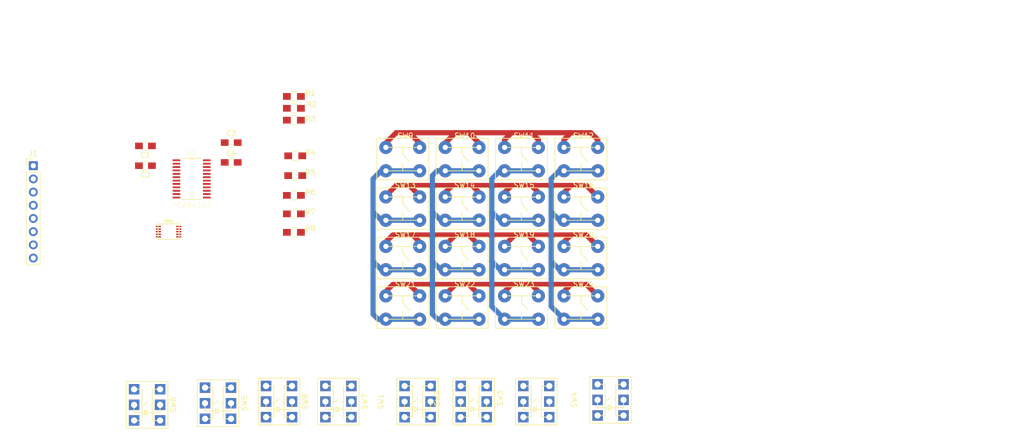
<source format=kicad_pcb>
(kicad_pcb (version 4) (host pcbnew 4.0.7-e2-6376~58~ubuntu16.04.1)

  (general
    (links 80)
    (no_connects 24)
    (area 0 0 0 0)
    (thickness 1.6)
    (drawings 3)
    (tracks 149)
    (zones 0)
    (modules 39)
    (nets 99)
  )

  (page A4)
  (layers
    (0 F.Cu signal)
    (31 B.Cu signal)
    (32 B.Adhes user)
    (33 F.Adhes user)
    (34 B.Paste user)
    (35 F.Paste user)
    (36 B.SilkS user)
    (37 F.SilkS user)
    (38 B.Mask user)
    (39 F.Mask user)
    (40 Dwgs.User user)
    (41 Cmts.User user)
    (42 Eco1.User user)
    (43 Eco2.User user)
    (44 Edge.Cuts user)
    (45 Margin user)
    (46 B.CrtYd user)
    (47 F.CrtYd user)
    (48 B.Fab user)
    (49 F.Fab user)
  )

  (setup
    (last_trace_width 1)
    (user_trace_width 0.3)
    (user_trace_width 0.5)
    (user_trace_width 1)
    (trace_clearance 0.2)
    (zone_clearance 0.508)
    (zone_45_only no)
    (trace_min 0.2)
    (segment_width 0.2)
    (edge_width 0.15)
    (via_size 0.6)
    (via_drill 0.4)
    (via_min_size 0.4)
    (via_min_drill 0.3)
    (user_via 1.6 0.4)
    (uvia_size 0.3)
    (uvia_drill 0.1)
    (uvias_allowed no)
    (uvia_min_size 0.2)
    (uvia_min_drill 0.1)
    (pcb_text_width 0.3)
    (pcb_text_size 1.5 1.5)
    (mod_edge_width 0.15)
    (mod_text_size 1 1)
    (mod_text_width 0.15)
    (pad_size 1.524 1.524)
    (pad_drill 0.762)
    (pad_to_mask_clearance 0.2)
    (aux_axis_origin 0 0)
    (visible_elements FFFFFF7F)
    (pcbplotparams
      (layerselection 0x00030_80000001)
      (usegerberextensions false)
      (excludeedgelayer true)
      (linewidth 0.100000)
      (plotframeref false)
      (viasonmask false)
      (mode 1)
      (useauxorigin false)
      (hpglpennumber 1)
      (hpglpenspeed 20)
      (hpglpendiameter 15)
      (hpglpenoverlay 2)
      (psnegative false)
      (psa4output false)
      (plotreference true)
      (plotvalue true)
      (plotinvisibletext false)
      (padsonsilk false)
      (subtractmaskfromsilk false)
      (outputformat 1)
      (mirror false)
      (drillshape 1)
      (scaleselection 1)
      (outputdirectory ""))
  )

  (net 0 "")
  (net 1 "Net-(J1-Pad1)")
  (net 2 "Net-(J1-Pad2)")
  (net 3 "Net-(J1-Pad3)")
  (net 4 "Net-(J1-Pad4)")
  (net 5 "Net-(J1-Pad5)")
  (net 6 "Net-(J1-Pad6)")
  (net 7 "Net-(J1-Pad7)")
  (net 8 "Net-(J1-Pad8)")
  (net 9 "Net-(R1-Pad1)")
  (net 10 "Net-(R1-Pad2)")
  (net 11 "Net-(R2-Pad1)")
  (net 12 "Net-(R2-Pad2)")
  (net 13 "Net-(R3-Pad1)")
  (net 14 "Net-(R3-Pad2)")
  (net 15 "Net-(R4-Pad1)")
  (net 16 "Net-(R4-Pad2)")
  (net 17 "Net-(R5-Pad1)")
  (net 18 "Net-(R5-Pad2)")
  (net 19 "Net-(R6-Pad1)")
  (net 20 "Net-(R6-Pad2)")
  (net 21 "Net-(R7-Pad1)")
  (net 22 "Net-(R7-Pad2)")
  (net 23 "Net-(R8-Pad1)")
  (net 24 "Net-(R8-Pad2)")
  (net 25 "Net-(SW1-Pad2)")
  (net 26 "Net-(SW1-Pad1)")
  (net 27 "Net-(SW1-Pad4)")
  (net 28 "Net-(SW1-Pad3)")
  (net 29 "Net-(SW2-Pad2)")
  (net 30 "Net-(SW2-Pad1)")
  (net 31 "Net-(SW2-Pad4)")
  (net 32 "Net-(SW2-Pad3)")
  (net 33 "Net-(SW3-Pad2)")
  (net 34 "Net-(SW3-Pad1)")
  (net 35 "Net-(SW3-Pad4)")
  (net 36 "Net-(SW3-Pad3)")
  (net 37 "Net-(SW4-Pad2)")
  (net 38 "Net-(SW4-Pad1)")
  (net 39 "Net-(SW4-Pad4)")
  (net 40 "Net-(SW4-Pad3)")
  (net 41 "Net-(SW5-Pad2)")
  (net 42 "Net-(SW5-Pad1)")
  (net 43 "Net-(SW5-Pad4)")
  (net 44 "Net-(SW5-Pad3)")
  (net 45 "Net-(SW6-Pad2)")
  (net 46 "Net-(SW6-Pad1)")
  (net 47 "Net-(SW6-Pad4)")
  (net 48 "Net-(SW6-Pad3)")
  (net 49 "Net-(SW7-Pad2)")
  (net 50 "Net-(SW7-Pad1)")
  (net 51 "Net-(SW7-Pad4)")
  (net 52 "Net-(SW7-Pad3)")
  (net 53 "Net-(SW8-Pad2)")
  (net 54 "Net-(SW8-Pad1)")
  (net 55 "Net-(SW8-Pad4)")
  (net 56 "Net-(SW8-Pad3)")
  (net 57 "Net-(SW10-Pad2)")
  (net 58 "Net-(SW10-Pad1)")
  (net 59 "Net-(SW11-Pad2)")
  (net 60 "Net-(SW12-Pad2)")
  (net 61 "Net-(SW13-Pad2)")
  (net 62 "Net-(SW13-Pad1)")
  (net 63 "Net-(SW17-Pad1)")
  (net 64 "Net-(SW21-Pad1)")
  (net 65 "Net-(U1-Pad1)")
  (net 66 +3V3)
  (net 67 "Net-(U1-Pad3)")
  (net 68 "Net-(U1-Pad4)")
  (net 69 "Net-(U1-Pad5)")
  (net 70 "Net-(U1-Pad6)")
  (net 71 "Net-(U1-Pad7)")
  (net 72 "Net-(U1-Pad8)")
  (net 73 "Net-(U1-Pad9)")
  (net 74 "Net-(U1-Pad10)")
  (net 75 "Net-(U1-Pad11)")
  (net 76 GND)
  (net 77 "Net-(U1-Pad13)")
  (net 78 "Net-(U1-Pad14)")
  (net 79 "Net-(U1-Pad15)")
  (net 80 "Net-(U1-Pad16)")
  (net 81 "Net-(U1-Pad17)")
  (net 82 "Net-(U1-Pad18)")
  (net 83 "Net-(U1-Pad19)")
  (net 84 "Net-(U1-Pad20)")
  (net 85 "Net-(U1-Pad21)")
  (net 86 "Net-(U1-Pad22)")
  (net 87 "Net-(U1-Pad23)")
  (net 88 VCC)
  (net 89 "Net-(CON1-Pad10)")
  (net 90 "Net-(CON1-Pad9)")
  (net 91 "Net-(CON1-Pad8)")
  (net 92 "Net-(CON1-Pad7)")
  (net 93 "Net-(CON1-Pad6)")
  (net 94 "Net-(CON1-Pad1)")
  (net 95 "Net-(CON1-Pad2)")
  (net 96 "Net-(CON1-Pad3)")
  (net 97 "Net-(CON1-Pad4)")
  (net 98 "Net-(CON1-Pad5)")

  (net_class Default "This is the default net class."
    (clearance 0.2)
    (trace_width 0.25)
    (via_dia 0.6)
    (via_drill 0.4)
    (uvia_dia 0.3)
    (uvia_drill 0.1)
    (add_net +3V3)
    (add_net GND)
    (add_net "Net-(CON1-Pad1)")
    (add_net "Net-(CON1-Pad10)")
    (add_net "Net-(CON1-Pad2)")
    (add_net "Net-(CON1-Pad3)")
    (add_net "Net-(CON1-Pad4)")
    (add_net "Net-(CON1-Pad5)")
    (add_net "Net-(CON1-Pad6)")
    (add_net "Net-(CON1-Pad7)")
    (add_net "Net-(CON1-Pad8)")
    (add_net "Net-(CON1-Pad9)")
    (add_net "Net-(J1-Pad1)")
    (add_net "Net-(J1-Pad2)")
    (add_net "Net-(J1-Pad3)")
    (add_net "Net-(J1-Pad4)")
    (add_net "Net-(J1-Pad5)")
    (add_net "Net-(J1-Pad6)")
    (add_net "Net-(J1-Pad7)")
    (add_net "Net-(J1-Pad8)")
    (add_net "Net-(R1-Pad1)")
    (add_net "Net-(R1-Pad2)")
    (add_net "Net-(R2-Pad1)")
    (add_net "Net-(R2-Pad2)")
    (add_net "Net-(R3-Pad1)")
    (add_net "Net-(R3-Pad2)")
    (add_net "Net-(R4-Pad1)")
    (add_net "Net-(R4-Pad2)")
    (add_net "Net-(R5-Pad1)")
    (add_net "Net-(R5-Pad2)")
    (add_net "Net-(R6-Pad1)")
    (add_net "Net-(R6-Pad2)")
    (add_net "Net-(R7-Pad1)")
    (add_net "Net-(R7-Pad2)")
    (add_net "Net-(R8-Pad1)")
    (add_net "Net-(R8-Pad2)")
    (add_net "Net-(SW1-Pad1)")
    (add_net "Net-(SW1-Pad2)")
    (add_net "Net-(SW1-Pad3)")
    (add_net "Net-(SW1-Pad4)")
    (add_net "Net-(SW10-Pad1)")
    (add_net "Net-(SW10-Pad2)")
    (add_net "Net-(SW11-Pad2)")
    (add_net "Net-(SW12-Pad2)")
    (add_net "Net-(SW13-Pad1)")
    (add_net "Net-(SW13-Pad2)")
    (add_net "Net-(SW17-Pad1)")
    (add_net "Net-(SW2-Pad1)")
    (add_net "Net-(SW2-Pad2)")
    (add_net "Net-(SW2-Pad3)")
    (add_net "Net-(SW2-Pad4)")
    (add_net "Net-(SW21-Pad1)")
    (add_net "Net-(SW3-Pad1)")
    (add_net "Net-(SW3-Pad2)")
    (add_net "Net-(SW3-Pad3)")
    (add_net "Net-(SW3-Pad4)")
    (add_net "Net-(SW4-Pad1)")
    (add_net "Net-(SW4-Pad2)")
    (add_net "Net-(SW4-Pad3)")
    (add_net "Net-(SW4-Pad4)")
    (add_net "Net-(SW5-Pad1)")
    (add_net "Net-(SW5-Pad2)")
    (add_net "Net-(SW5-Pad3)")
    (add_net "Net-(SW5-Pad4)")
    (add_net "Net-(SW6-Pad1)")
    (add_net "Net-(SW6-Pad2)")
    (add_net "Net-(SW6-Pad3)")
    (add_net "Net-(SW6-Pad4)")
    (add_net "Net-(SW7-Pad1)")
    (add_net "Net-(SW7-Pad2)")
    (add_net "Net-(SW7-Pad3)")
    (add_net "Net-(SW7-Pad4)")
    (add_net "Net-(SW8-Pad1)")
    (add_net "Net-(SW8-Pad2)")
    (add_net "Net-(SW8-Pad3)")
    (add_net "Net-(SW8-Pad4)")
    (add_net "Net-(U1-Pad1)")
    (add_net "Net-(U1-Pad10)")
    (add_net "Net-(U1-Pad11)")
    (add_net "Net-(U1-Pad13)")
    (add_net "Net-(U1-Pad14)")
    (add_net "Net-(U1-Pad15)")
    (add_net "Net-(U1-Pad16)")
    (add_net "Net-(U1-Pad17)")
    (add_net "Net-(U1-Pad18)")
    (add_net "Net-(U1-Pad19)")
    (add_net "Net-(U1-Pad20)")
    (add_net "Net-(U1-Pad21)")
    (add_net "Net-(U1-Pad22)")
    (add_net "Net-(U1-Pad23)")
    (add_net "Net-(U1-Pad3)")
    (add_net "Net-(U1-Pad4)")
    (add_net "Net-(U1-Pad5)")
    (add_net "Net-(U1-Pad6)")
    (add_net "Net-(U1-Pad7)")
    (add_net "Net-(U1-Pad8)")
    (add_net "Net-(U1-Pad9)")
    (add_net VCC)
  )

  (net_class KBD_SIGNAL ""
    (clearance 0.25)
    (trace_width 0.3)
    (via_dia 1.6)
    (via_drill 0.4)
    (uvia_dia 0.3)
    (uvia_drill 0.1)
  )

  (module Pin_Headers:Pin_Header_Straight_1x08_Pitch2.54mm (layer F.Cu) (tedit 59650532) (tstamp 5A6CBA01)
    (at 51.435 97.155)
    (descr "Through hole straight pin header, 1x08, 2.54mm pitch, single row")
    (tags "Through hole pin header THT 1x08 2.54mm single row")
    (path /5A6CC32B)
    (fp_text reference J1 (at 0 -2.33) (layer F.SilkS)
      (effects (font (size 1 1) (thickness 0.15)))
    )
    (fp_text value DEBUG_CONN_8P (at 0 20.11) (layer F.Fab)
      (effects (font (size 1 1) (thickness 0.15)))
    )
    (fp_line (start -0.635 -1.27) (end 1.27 -1.27) (layer F.Fab) (width 0.1))
    (fp_line (start 1.27 -1.27) (end 1.27 19.05) (layer F.Fab) (width 0.1))
    (fp_line (start 1.27 19.05) (end -1.27 19.05) (layer F.Fab) (width 0.1))
    (fp_line (start -1.27 19.05) (end -1.27 -0.635) (layer F.Fab) (width 0.1))
    (fp_line (start -1.27 -0.635) (end -0.635 -1.27) (layer F.Fab) (width 0.1))
    (fp_line (start -1.33 19.11) (end 1.33 19.11) (layer F.SilkS) (width 0.12))
    (fp_line (start -1.33 1.27) (end -1.33 19.11) (layer F.SilkS) (width 0.12))
    (fp_line (start 1.33 1.27) (end 1.33 19.11) (layer F.SilkS) (width 0.12))
    (fp_line (start -1.33 1.27) (end 1.33 1.27) (layer F.SilkS) (width 0.12))
    (fp_line (start -1.33 0) (end -1.33 -1.33) (layer F.SilkS) (width 0.12))
    (fp_line (start -1.33 -1.33) (end 0 -1.33) (layer F.SilkS) (width 0.12))
    (fp_line (start -1.8 -1.8) (end -1.8 19.55) (layer F.CrtYd) (width 0.05))
    (fp_line (start -1.8 19.55) (end 1.8 19.55) (layer F.CrtYd) (width 0.05))
    (fp_line (start 1.8 19.55) (end 1.8 -1.8) (layer F.CrtYd) (width 0.05))
    (fp_line (start 1.8 -1.8) (end -1.8 -1.8) (layer F.CrtYd) (width 0.05))
    (fp_text user %R (at 0 8.89 90) (layer F.Fab)
      (effects (font (size 1 1) (thickness 0.15)))
    )
    (pad 1 thru_hole rect (at 0 0) (size 1.7 1.7) (drill 1) (layers *.Cu *.Mask)
      (net 1 "Net-(J1-Pad1)"))
    (pad 2 thru_hole oval (at 0 2.54) (size 1.7 1.7) (drill 1) (layers *.Cu *.Mask)
      (net 2 "Net-(J1-Pad2)"))
    (pad 3 thru_hole oval (at 0 5.08) (size 1.7 1.7) (drill 1) (layers *.Cu *.Mask)
      (net 3 "Net-(J1-Pad3)"))
    (pad 4 thru_hole oval (at 0 7.62) (size 1.7 1.7) (drill 1) (layers *.Cu *.Mask)
      (net 4 "Net-(J1-Pad4)"))
    (pad 5 thru_hole oval (at 0 10.16) (size 1.7 1.7) (drill 1) (layers *.Cu *.Mask)
      (net 5 "Net-(J1-Pad5)"))
    (pad 6 thru_hole oval (at 0 12.7) (size 1.7 1.7) (drill 1) (layers *.Cu *.Mask)
      (net 6 "Net-(J1-Pad6)"))
    (pad 7 thru_hole oval (at 0 15.24) (size 1.7 1.7) (drill 1) (layers *.Cu *.Mask)
      (net 7 "Net-(J1-Pad7)"))
    (pad 8 thru_hole oval (at 0 17.78) (size 1.7 1.7) (drill 1) (layers *.Cu *.Mask)
      (net 8 "Net-(J1-Pad8)"))
    (model ${KISYS3DMOD}/Pin_Headers.3dshapes/Pin_Header_Straight_1x08_Pitch2.54mm.wrl
      (at (xyz 0 0 0))
      (scale (xyz 1 1 1))
      (rotate (xyz 0 0 0))
    )
  )

  (module Resistors_SMD:R_0805_HandSoldering (layer F.Cu) (tedit 5A6CD380) (tstamp 5A6CBA07)
    (at 101.6 83.82)
    (descr "Resistor SMD 0805, hand soldering")
    (tags "resistor 0805")
    (path /5A6CB2B6)
    (attr smd)
    (fp_text reference R1 (at 3.175 -0.635) (layer F.SilkS)
      (effects (font (size 1 1) (thickness 0.15)))
    )
    (fp_text value 300R (at 4.445 0.635) (layer F.Fab)
      (effects (font (size 1 1) (thickness 0.15)))
    )
    (fp_text user %R (at 0 0) (layer F.Fab)
      (effects (font (size 0.5 0.5) (thickness 0.075)))
    )
    (fp_line (start -1 0.62) (end -1 -0.62) (layer F.Fab) (width 0.1))
    (fp_line (start 1 0.62) (end -1 0.62) (layer F.Fab) (width 0.1))
    (fp_line (start 1 -0.62) (end 1 0.62) (layer F.Fab) (width 0.1))
    (fp_line (start -1 -0.62) (end 1 -0.62) (layer F.Fab) (width 0.1))
    (fp_line (start 0.6 0.88) (end -0.6 0.88) (layer F.SilkS) (width 0.12))
    (fp_line (start -0.6 -0.88) (end 0.6 -0.88) (layer F.SilkS) (width 0.12))
    (fp_line (start -2.35 -0.9) (end 2.35 -0.9) (layer F.CrtYd) (width 0.05))
    (fp_line (start -2.35 -0.9) (end -2.35 0.9) (layer F.CrtYd) (width 0.05))
    (fp_line (start 2.35 0.9) (end 2.35 -0.9) (layer F.CrtYd) (width 0.05))
    (fp_line (start 2.35 0.9) (end -2.35 0.9) (layer F.CrtYd) (width 0.05))
    (pad 1 smd rect (at -1.35 0) (size 1.5 1.3) (layers F.Cu F.Paste F.Mask)
      (net 9 "Net-(R1-Pad1)"))
    (pad 2 smd rect (at 1.35 0) (size 1.5 1.3) (layers F.Cu F.Paste F.Mask)
      (net 10 "Net-(R1-Pad2)"))
    (model ${KISYS3DMOD}/Resistors_SMD.3dshapes/R_0805.wrl
      (at (xyz 0 0 0))
      (scale (xyz 1 1 1))
      (rotate (xyz 0 0 0))
    )
  )

  (module Resistors_SMD:R_0805_HandSoldering (layer F.Cu) (tedit 5A6CD387) (tstamp 5A6CBA0D)
    (at 101.6 86.106)
    (descr "Resistor SMD 0805, hand soldering")
    (tags "resistor 0805")
    (path /5A6CC2B7)
    (attr smd)
    (fp_text reference R2 (at 3.429 -0.762) (layer F.SilkS)
      (effects (font (size 1 1) (thickness 0.15)))
    )
    (fp_text value 300R (at 4.699 0.508) (layer F.Fab)
      (effects (font (size 1 1) (thickness 0.15)))
    )
    (fp_text user %R (at 0 0) (layer F.Fab)
      (effects (font (size 0.5 0.5) (thickness 0.075)))
    )
    (fp_line (start -1 0.62) (end -1 -0.62) (layer F.Fab) (width 0.1))
    (fp_line (start 1 0.62) (end -1 0.62) (layer F.Fab) (width 0.1))
    (fp_line (start 1 -0.62) (end 1 0.62) (layer F.Fab) (width 0.1))
    (fp_line (start -1 -0.62) (end 1 -0.62) (layer F.Fab) (width 0.1))
    (fp_line (start 0.6 0.88) (end -0.6 0.88) (layer F.SilkS) (width 0.12))
    (fp_line (start -0.6 -0.88) (end 0.6 -0.88) (layer F.SilkS) (width 0.12))
    (fp_line (start -2.35 -0.9) (end 2.35 -0.9) (layer F.CrtYd) (width 0.05))
    (fp_line (start -2.35 -0.9) (end -2.35 0.9) (layer F.CrtYd) (width 0.05))
    (fp_line (start 2.35 0.9) (end 2.35 -0.9) (layer F.CrtYd) (width 0.05))
    (fp_line (start 2.35 0.9) (end -2.35 0.9) (layer F.CrtYd) (width 0.05))
    (pad 1 smd rect (at -1.35 0) (size 1.5 1.3) (layers F.Cu F.Paste F.Mask)
      (net 11 "Net-(R2-Pad1)"))
    (pad 2 smd rect (at 1.35 0) (size 1.5 1.3) (layers F.Cu F.Paste F.Mask)
      (net 12 "Net-(R2-Pad2)"))
    (model ${KISYS3DMOD}/Resistors_SMD.3dshapes/R_0805.wrl
      (at (xyz 0 0 0))
      (scale (xyz 1 1 1))
      (rotate (xyz 0 0 0))
    )
  )

  (module Resistors_SMD:R_0805_HandSoldering (layer F.Cu) (tedit 5A6CD38F) (tstamp 5A6CBA13)
    (at 101.6 88.392)
    (descr "Resistor SMD 0805, hand soldering")
    (tags "resistor 0805")
    (path /5A6CC31B)
    (attr smd)
    (fp_text reference R3 (at 3.175 -0.254) (layer F.SilkS)
      (effects (font (size 1 1) (thickness 0.15)))
    )
    (fp_text value 300R (at 4.445 1.016) (layer F.Fab)
      (effects (font (size 1 1) (thickness 0.15)))
    )
    (fp_text user %R (at 0 0) (layer F.Fab)
      (effects (font (size 0.5 0.5) (thickness 0.075)))
    )
    (fp_line (start -1 0.62) (end -1 -0.62) (layer F.Fab) (width 0.1))
    (fp_line (start 1 0.62) (end -1 0.62) (layer F.Fab) (width 0.1))
    (fp_line (start 1 -0.62) (end 1 0.62) (layer F.Fab) (width 0.1))
    (fp_line (start -1 -0.62) (end 1 -0.62) (layer F.Fab) (width 0.1))
    (fp_line (start 0.6 0.88) (end -0.6 0.88) (layer F.SilkS) (width 0.12))
    (fp_line (start -0.6 -0.88) (end 0.6 -0.88) (layer F.SilkS) (width 0.12))
    (fp_line (start -2.35 -0.9) (end 2.35 -0.9) (layer F.CrtYd) (width 0.05))
    (fp_line (start -2.35 -0.9) (end -2.35 0.9) (layer F.CrtYd) (width 0.05))
    (fp_line (start 2.35 0.9) (end 2.35 -0.9) (layer F.CrtYd) (width 0.05))
    (fp_line (start 2.35 0.9) (end -2.35 0.9) (layer F.CrtYd) (width 0.05))
    (pad 1 smd rect (at -1.35 0) (size 1.5 1.3) (layers F.Cu F.Paste F.Mask)
      (net 13 "Net-(R3-Pad1)"))
    (pad 2 smd rect (at 1.35 0) (size 1.5 1.3) (layers F.Cu F.Paste F.Mask)
      (net 14 "Net-(R3-Pad2)"))
    (model ${KISYS3DMOD}/Resistors_SMD.3dshapes/R_0805.wrl
      (at (xyz 0 0 0))
      (scale (xyz 1 1 1))
      (rotate (xyz 0 0 0))
    )
  )

  (module Resistors_SMD:R_0805_HandSoldering (layer F.Cu) (tedit 5A6CD399) (tstamp 5A6CBA19)
    (at 101.854 95.25)
    (descr "Resistor SMD 0805, hand soldering")
    (tags "resistor 0805")
    (path /5A6CC382)
    (attr smd)
    (fp_text reference R4 (at 2.921 -0.635) (layer F.SilkS)
      (effects (font (size 1 1) (thickness 0.15)))
    )
    (fp_text value 300R (at 4.191 0.635) (layer F.Fab)
      (effects (font (size 1 1) (thickness 0.15)))
    )
    (fp_text user %R (at 0 0) (layer F.Fab)
      (effects (font (size 0.5 0.5) (thickness 0.075)))
    )
    (fp_line (start -1 0.62) (end -1 -0.62) (layer F.Fab) (width 0.1))
    (fp_line (start 1 0.62) (end -1 0.62) (layer F.Fab) (width 0.1))
    (fp_line (start 1 -0.62) (end 1 0.62) (layer F.Fab) (width 0.1))
    (fp_line (start -1 -0.62) (end 1 -0.62) (layer F.Fab) (width 0.1))
    (fp_line (start 0.6 0.88) (end -0.6 0.88) (layer F.SilkS) (width 0.12))
    (fp_line (start -0.6 -0.88) (end 0.6 -0.88) (layer F.SilkS) (width 0.12))
    (fp_line (start -2.35 -0.9) (end 2.35 -0.9) (layer F.CrtYd) (width 0.05))
    (fp_line (start -2.35 -0.9) (end -2.35 0.9) (layer F.CrtYd) (width 0.05))
    (fp_line (start 2.35 0.9) (end 2.35 -0.9) (layer F.CrtYd) (width 0.05))
    (fp_line (start 2.35 0.9) (end -2.35 0.9) (layer F.CrtYd) (width 0.05))
    (pad 1 smd rect (at -1.35 0) (size 1.5 1.3) (layers F.Cu F.Paste F.Mask)
      (net 15 "Net-(R4-Pad1)"))
    (pad 2 smd rect (at 1.35 0) (size 1.5 1.3) (layers F.Cu F.Paste F.Mask)
      (net 16 "Net-(R4-Pad2)"))
    (model ${KISYS3DMOD}/Resistors_SMD.3dshapes/R_0805.wrl
      (at (xyz 0 0 0))
      (scale (xyz 1 1 1))
      (rotate (xyz 0 0 0))
    )
  )

  (module Resistors_SMD:R_0805_HandSoldering (layer F.Cu) (tedit 5A6CD39E) (tstamp 5A6CBA1F)
    (at 101.854 99.06)
    (descr "Resistor SMD 0805, hand soldering")
    (tags "resistor 0805")
    (path /5A6CC3EC)
    (attr smd)
    (fp_text reference R5 (at 2.921 -0.635) (layer F.SilkS)
      (effects (font (size 1 1) (thickness 0.15)))
    )
    (fp_text value 300R (at 4.191 0.635) (layer F.Fab)
      (effects (font (size 1 1) (thickness 0.15)))
    )
    (fp_text user %R (at 0 0) (layer F.Fab)
      (effects (font (size 0.5 0.5) (thickness 0.075)))
    )
    (fp_line (start -1 0.62) (end -1 -0.62) (layer F.Fab) (width 0.1))
    (fp_line (start 1 0.62) (end -1 0.62) (layer F.Fab) (width 0.1))
    (fp_line (start 1 -0.62) (end 1 0.62) (layer F.Fab) (width 0.1))
    (fp_line (start -1 -0.62) (end 1 -0.62) (layer F.Fab) (width 0.1))
    (fp_line (start 0.6 0.88) (end -0.6 0.88) (layer F.SilkS) (width 0.12))
    (fp_line (start -0.6 -0.88) (end 0.6 -0.88) (layer F.SilkS) (width 0.12))
    (fp_line (start -2.35 -0.9) (end 2.35 -0.9) (layer F.CrtYd) (width 0.05))
    (fp_line (start -2.35 -0.9) (end -2.35 0.9) (layer F.CrtYd) (width 0.05))
    (fp_line (start 2.35 0.9) (end 2.35 -0.9) (layer F.CrtYd) (width 0.05))
    (fp_line (start 2.35 0.9) (end -2.35 0.9) (layer F.CrtYd) (width 0.05))
    (pad 1 smd rect (at -1.35 0) (size 1.5 1.3) (layers F.Cu F.Paste F.Mask)
      (net 17 "Net-(R5-Pad1)"))
    (pad 2 smd rect (at 1.35 0) (size 1.5 1.3) (layers F.Cu F.Paste F.Mask)
      (net 18 "Net-(R5-Pad2)"))
    (model ${KISYS3DMOD}/Resistors_SMD.3dshapes/R_0805.wrl
      (at (xyz 0 0 0))
      (scale (xyz 1 1 1))
      (rotate (xyz 0 0 0))
    )
  )

  (module Resistors_SMD:R_0805_HandSoldering (layer F.Cu) (tedit 5A6CD3A4) (tstamp 5A6CBA25)
    (at 101.6 102.87)
    (descr "Resistor SMD 0805, hand soldering")
    (tags "resistor 0805")
    (path /5A6CC459)
    (attr smd)
    (fp_text reference R6 (at 3.175 -0.635) (layer F.SilkS)
      (effects (font (size 1 1) (thickness 0.15)))
    )
    (fp_text value 300R (at 4.445 0.635) (layer F.Fab)
      (effects (font (size 1 1) (thickness 0.15)))
    )
    (fp_text user %R (at 0 0) (layer F.Fab)
      (effects (font (size 0.5 0.5) (thickness 0.075)))
    )
    (fp_line (start -1 0.62) (end -1 -0.62) (layer F.Fab) (width 0.1))
    (fp_line (start 1 0.62) (end -1 0.62) (layer F.Fab) (width 0.1))
    (fp_line (start 1 -0.62) (end 1 0.62) (layer F.Fab) (width 0.1))
    (fp_line (start -1 -0.62) (end 1 -0.62) (layer F.Fab) (width 0.1))
    (fp_line (start 0.6 0.88) (end -0.6 0.88) (layer F.SilkS) (width 0.12))
    (fp_line (start -0.6 -0.88) (end 0.6 -0.88) (layer F.SilkS) (width 0.12))
    (fp_line (start -2.35 -0.9) (end 2.35 -0.9) (layer F.CrtYd) (width 0.05))
    (fp_line (start -2.35 -0.9) (end -2.35 0.9) (layer F.CrtYd) (width 0.05))
    (fp_line (start 2.35 0.9) (end 2.35 -0.9) (layer F.CrtYd) (width 0.05))
    (fp_line (start 2.35 0.9) (end -2.35 0.9) (layer F.CrtYd) (width 0.05))
    (pad 1 smd rect (at -1.35 0) (size 1.5 1.3) (layers F.Cu F.Paste F.Mask)
      (net 19 "Net-(R6-Pad1)"))
    (pad 2 smd rect (at 1.35 0) (size 1.5 1.3) (layers F.Cu F.Paste F.Mask)
      (net 20 "Net-(R6-Pad2)"))
    (model ${KISYS3DMOD}/Resistors_SMD.3dshapes/R_0805.wrl
      (at (xyz 0 0 0))
      (scale (xyz 1 1 1))
      (rotate (xyz 0 0 0))
    )
  )

  (module Resistors_SMD:R_0805_HandSoldering (layer F.Cu) (tedit 5A6CD3AF) (tstamp 5A6CBA2B)
    (at 101.6 106.426)
    (descr "Resistor SMD 0805, hand soldering")
    (tags "resistor 0805")
    (path /5A6CC4C9)
    (attr smd)
    (fp_text reference R7 (at 3.175 -0.381) (layer F.SilkS)
      (effects (font (size 1 1) (thickness 0.15)))
    )
    (fp_text value 300R (at 4.445 0.889) (layer F.Fab)
      (effects (font (size 1 1) (thickness 0.15)))
    )
    (fp_text user %R (at 0 0) (layer F.Fab)
      (effects (font (size 0.5 0.5) (thickness 0.075)))
    )
    (fp_line (start -1 0.62) (end -1 -0.62) (layer F.Fab) (width 0.1))
    (fp_line (start 1 0.62) (end -1 0.62) (layer F.Fab) (width 0.1))
    (fp_line (start 1 -0.62) (end 1 0.62) (layer F.Fab) (width 0.1))
    (fp_line (start -1 -0.62) (end 1 -0.62) (layer F.Fab) (width 0.1))
    (fp_line (start 0.6 0.88) (end -0.6 0.88) (layer F.SilkS) (width 0.12))
    (fp_line (start -0.6 -0.88) (end 0.6 -0.88) (layer F.SilkS) (width 0.12))
    (fp_line (start -2.35 -0.9) (end 2.35 -0.9) (layer F.CrtYd) (width 0.05))
    (fp_line (start -2.35 -0.9) (end -2.35 0.9) (layer F.CrtYd) (width 0.05))
    (fp_line (start 2.35 0.9) (end 2.35 -0.9) (layer F.CrtYd) (width 0.05))
    (fp_line (start 2.35 0.9) (end -2.35 0.9) (layer F.CrtYd) (width 0.05))
    (pad 1 smd rect (at -1.35 0) (size 1.5 1.3) (layers F.Cu F.Paste F.Mask)
      (net 21 "Net-(R7-Pad1)"))
    (pad 2 smd rect (at 1.35 0) (size 1.5 1.3) (layers F.Cu F.Paste F.Mask)
      (net 22 "Net-(R7-Pad2)"))
    (model ${KISYS3DMOD}/Resistors_SMD.3dshapes/R_0805.wrl
      (at (xyz 0 0 0))
      (scale (xyz 1 1 1))
      (rotate (xyz 0 0 0))
    )
  )

  (module Resistors_SMD:R_0805_HandSoldering (layer F.Cu) (tedit 5A6CD3B6) (tstamp 5A6CBA31)
    (at 101.6 109.982)
    (descr "Resistor SMD 0805, hand soldering")
    (tags "resistor 0805")
    (path /5A6CC53C)
    (attr smd)
    (fp_text reference R8 (at 3.175 -0.762) (layer F.SilkS)
      (effects (font (size 1 1) (thickness 0.15)))
    )
    (fp_text value 300R (at 4.445 0.508) (layer F.Fab)
      (effects (font (size 1 1) (thickness 0.15)))
    )
    (fp_text user %R (at 0 0) (layer F.Fab)
      (effects (font (size 0.5 0.5) (thickness 0.075)))
    )
    (fp_line (start -1 0.62) (end -1 -0.62) (layer F.Fab) (width 0.1))
    (fp_line (start 1 0.62) (end -1 0.62) (layer F.Fab) (width 0.1))
    (fp_line (start 1 -0.62) (end 1 0.62) (layer F.Fab) (width 0.1))
    (fp_line (start -1 -0.62) (end 1 -0.62) (layer F.Fab) (width 0.1))
    (fp_line (start 0.6 0.88) (end -0.6 0.88) (layer F.SilkS) (width 0.12))
    (fp_line (start -0.6 -0.88) (end 0.6 -0.88) (layer F.SilkS) (width 0.12))
    (fp_line (start -2.35 -0.9) (end 2.35 -0.9) (layer F.CrtYd) (width 0.05))
    (fp_line (start -2.35 -0.9) (end -2.35 0.9) (layer F.CrtYd) (width 0.05))
    (fp_line (start 2.35 0.9) (end 2.35 -0.9) (layer F.CrtYd) (width 0.05))
    (fp_line (start 2.35 0.9) (end -2.35 0.9) (layer F.CrtYd) (width 0.05))
    (pad 1 smd rect (at -1.35 0) (size 1.5 1.3) (layers F.Cu F.Paste F.Mask)
      (net 23 "Net-(R8-Pad1)"))
    (pad 2 smd rect (at 1.35 0) (size 1.5 1.3) (layers F.Cu F.Paste F.Mask)
      (net 24 "Net-(R8-Pad2)"))
    (model ${KISYS3DMOD}/Resistors_SMD.3dshapes/R_0805.wrl
      (at (xyz 0 0 0))
      (scale (xyz 1 1 1))
      (rotate (xyz 0 0 0))
    )
  )

  (module CenditFootprints:SWITCH_THT_6MM (layer F.Cu) (tedit 5A6A5EF7) (tstamp 5A6CBA89)
    (at 122.555 95.885)
    (path /5A6A7366)
    (fp_text reference SW9 (at 0.5 -4.5) (layer F.SilkS)
      (effects (font (size 1 1) (thickness 0.15)))
    )
    (fp_text value SW_Push (at 0 5) (layer F.Fab)
      (effects (font (size 1 1) (thickness 0.15)))
    )
    (fp_line (start 0 2) (end 0 2.25) (layer F.SilkS) (width 0.15))
    (fp_line (start 0 2) (end 0 0.75) (layer F.SilkS) (width 0.15))
    (fp_line (start 0 -2.25) (end 0 -1) (layer F.SilkS) (width 0.15))
    (fp_line (start 0 -1) (end 1.25 0.5) (layer F.SilkS) (width 0.15))
    (fp_line (start -3.25 2.25) (end 3.25 2.25) (layer F.SilkS) (width 0.15))
    (fp_line (start -3.25 -2.25) (end 3.25 -2.25) (layer F.SilkS) (width 0.15))
    (fp_line (start -5 4) (end -5 -4) (layer F.SilkS) (width 0.15))
    (fp_line (start -5 -4) (end 5 -4) (layer F.SilkS) (width 0.15))
    (fp_line (start 5 -4) (end 5 4) (layer F.SilkS) (width 0.15))
    (fp_line (start 5 4) (end -5 4) (layer F.SilkS) (width 0.15))
    (pad 2 thru_hole oval (at 3.25 2.25) (size 2.54 2.54) (drill oval 1) (layers *.Cu *.Mask)
      (net 61 "Net-(SW13-Pad2)"))
    (pad 2 thru_hole oval (at -3.25 2.25) (size 2.54 2.54) (drill oval 1) (layers *.Cu *.Mask)
      (net 61 "Net-(SW13-Pad2)"))
    (pad 1 thru_hole oval (at -3.25 -2.25) (size 2.54 2.54) (drill oval 1) (layers *.Cu *.Mask)
      (net 58 "Net-(SW10-Pad1)"))
    (pad 1 thru_hole oval (at 3.25 -2.25) (size 2.54 2.54) (drill oval 1) (layers *.Cu *.Mask)
      (net 58 "Net-(SW10-Pad1)"))
  )

  (module CenditFootprints:SWITCH_THT_6MM (layer F.Cu) (tedit 5A6A5EF7) (tstamp 5A6CBA91)
    (at 133.985 95.885)
    (path /5A6A743E)
    (fp_text reference SW10 (at 0.5 -4.5) (layer F.SilkS)
      (effects (font (size 1 1) (thickness 0.15)))
    )
    (fp_text value SW_Push (at 0 5) (layer F.Fab)
      (effects (font (size 1 1) (thickness 0.15)))
    )
    (fp_line (start 0 2) (end 0 2.25) (layer F.SilkS) (width 0.15))
    (fp_line (start 0 2) (end 0 0.75) (layer F.SilkS) (width 0.15))
    (fp_line (start 0 -2.25) (end 0 -1) (layer F.SilkS) (width 0.15))
    (fp_line (start 0 -1) (end 1.25 0.5) (layer F.SilkS) (width 0.15))
    (fp_line (start -3.25 2.25) (end 3.25 2.25) (layer F.SilkS) (width 0.15))
    (fp_line (start -3.25 -2.25) (end 3.25 -2.25) (layer F.SilkS) (width 0.15))
    (fp_line (start -5 4) (end -5 -4) (layer F.SilkS) (width 0.15))
    (fp_line (start -5 -4) (end 5 -4) (layer F.SilkS) (width 0.15))
    (fp_line (start 5 -4) (end 5 4) (layer F.SilkS) (width 0.15))
    (fp_line (start 5 4) (end -5 4) (layer F.SilkS) (width 0.15))
    (pad 2 thru_hole oval (at 3.25 2.25) (size 2.54 2.54) (drill oval 1) (layers *.Cu *.Mask)
      (net 57 "Net-(SW10-Pad2)"))
    (pad 2 thru_hole oval (at -3.25 2.25) (size 2.54 2.54) (drill oval 1) (layers *.Cu *.Mask)
      (net 57 "Net-(SW10-Pad2)"))
    (pad 1 thru_hole oval (at -3.25 -2.25) (size 2.54 2.54) (drill oval 1) (layers *.Cu *.Mask)
      (net 58 "Net-(SW10-Pad1)"))
    (pad 1 thru_hole oval (at 3.25 -2.25) (size 2.54 2.54) (drill oval 1) (layers *.Cu *.Mask)
      (net 58 "Net-(SW10-Pad1)"))
  )

  (module CenditFootprints:SWITCH_THT_6MM (layer F.Cu) (tedit 5A6A5EF7) (tstamp 5A6CBA99)
    (at 145.415 95.885)
    (path /5A6A765A)
    (fp_text reference SW11 (at 0.5 -4.5) (layer F.SilkS)
      (effects (font (size 1 1) (thickness 0.15)))
    )
    (fp_text value SW_Push (at 0 5) (layer F.Fab)
      (effects (font (size 1 1) (thickness 0.15)))
    )
    (fp_line (start 0 2) (end 0 2.25) (layer F.SilkS) (width 0.15))
    (fp_line (start 0 2) (end 0 0.75) (layer F.SilkS) (width 0.15))
    (fp_line (start 0 -2.25) (end 0 -1) (layer F.SilkS) (width 0.15))
    (fp_line (start 0 -1) (end 1.25 0.5) (layer F.SilkS) (width 0.15))
    (fp_line (start -3.25 2.25) (end 3.25 2.25) (layer F.SilkS) (width 0.15))
    (fp_line (start -3.25 -2.25) (end 3.25 -2.25) (layer F.SilkS) (width 0.15))
    (fp_line (start -5 4) (end -5 -4) (layer F.SilkS) (width 0.15))
    (fp_line (start -5 -4) (end 5 -4) (layer F.SilkS) (width 0.15))
    (fp_line (start 5 -4) (end 5 4) (layer F.SilkS) (width 0.15))
    (fp_line (start 5 4) (end -5 4) (layer F.SilkS) (width 0.15))
    (pad 2 thru_hole oval (at 3.25 2.25) (size 2.54 2.54) (drill oval 1) (layers *.Cu *.Mask)
      (net 59 "Net-(SW11-Pad2)"))
    (pad 2 thru_hole oval (at -3.25 2.25) (size 2.54 2.54) (drill oval 1) (layers *.Cu *.Mask)
      (net 59 "Net-(SW11-Pad2)"))
    (pad 1 thru_hole oval (at -3.25 -2.25) (size 2.54 2.54) (drill oval 1) (layers *.Cu *.Mask)
      (net 58 "Net-(SW10-Pad1)"))
    (pad 1 thru_hole oval (at 3.25 -2.25) (size 2.54 2.54) (drill oval 1) (layers *.Cu *.Mask)
      (net 58 "Net-(SW10-Pad1)"))
  )

  (module CenditFootprints:SWITCH_THT_6MM (layer F.Cu) (tedit 5A6A5EF7) (tstamp 5A6CBAA1)
    (at 156.845 95.885)
    (path /5A6A7666)
    (fp_text reference SW12 (at 0.5 -4.5) (layer F.SilkS)
      (effects (font (size 1 1) (thickness 0.15)))
    )
    (fp_text value SW_Push (at 0 5) (layer F.Fab)
      (effects (font (size 1 1) (thickness 0.15)))
    )
    (fp_line (start 0 2) (end 0 2.25) (layer F.SilkS) (width 0.15))
    (fp_line (start 0 2) (end 0 0.75) (layer F.SilkS) (width 0.15))
    (fp_line (start 0 -2.25) (end 0 -1) (layer F.SilkS) (width 0.15))
    (fp_line (start 0 -1) (end 1.25 0.5) (layer F.SilkS) (width 0.15))
    (fp_line (start -3.25 2.25) (end 3.25 2.25) (layer F.SilkS) (width 0.15))
    (fp_line (start -3.25 -2.25) (end 3.25 -2.25) (layer F.SilkS) (width 0.15))
    (fp_line (start -5 4) (end -5 -4) (layer F.SilkS) (width 0.15))
    (fp_line (start -5 -4) (end 5 -4) (layer F.SilkS) (width 0.15))
    (fp_line (start 5 -4) (end 5 4) (layer F.SilkS) (width 0.15))
    (fp_line (start 5 4) (end -5 4) (layer F.SilkS) (width 0.15))
    (pad 2 thru_hole oval (at 3.25 2.25) (size 2.54 2.54) (drill oval 1) (layers *.Cu *.Mask)
      (net 60 "Net-(SW12-Pad2)"))
    (pad 2 thru_hole oval (at -3.25 2.25) (size 2.54 2.54) (drill oval 1) (layers *.Cu *.Mask)
      (net 60 "Net-(SW12-Pad2)"))
    (pad 1 thru_hole oval (at -3.25 -2.25) (size 2.54 2.54) (drill oval 1) (layers *.Cu *.Mask)
      (net 58 "Net-(SW10-Pad1)"))
    (pad 1 thru_hole oval (at 3.25 -2.25) (size 2.54 2.54) (drill oval 1) (layers *.Cu *.Mask)
      (net 58 "Net-(SW10-Pad1)"))
  )

  (module CenditFootprints:SWITCH_THT_6MM (layer F.Cu) (tedit 5A6A5EF7) (tstamp 5A6CBAA9)
    (at 122.555 105.41)
    (path /5A6A73ED)
    (fp_text reference SW13 (at 0.5 -4.5) (layer F.SilkS)
      (effects (font (size 1 1) (thickness 0.15)))
    )
    (fp_text value SW_Push (at 0 5) (layer F.Fab)
      (effects (font (size 1 1) (thickness 0.15)))
    )
    (fp_line (start 0 2) (end 0 2.25) (layer F.SilkS) (width 0.15))
    (fp_line (start 0 2) (end 0 0.75) (layer F.SilkS) (width 0.15))
    (fp_line (start 0 -2.25) (end 0 -1) (layer F.SilkS) (width 0.15))
    (fp_line (start 0 -1) (end 1.25 0.5) (layer F.SilkS) (width 0.15))
    (fp_line (start -3.25 2.25) (end 3.25 2.25) (layer F.SilkS) (width 0.15))
    (fp_line (start -3.25 -2.25) (end 3.25 -2.25) (layer F.SilkS) (width 0.15))
    (fp_line (start -5 4) (end -5 -4) (layer F.SilkS) (width 0.15))
    (fp_line (start -5 -4) (end 5 -4) (layer F.SilkS) (width 0.15))
    (fp_line (start 5 -4) (end 5 4) (layer F.SilkS) (width 0.15))
    (fp_line (start 5 4) (end -5 4) (layer F.SilkS) (width 0.15))
    (pad 2 thru_hole oval (at 3.25 2.25) (size 2.54 2.54) (drill oval 1) (layers *.Cu *.Mask)
      (net 61 "Net-(SW13-Pad2)"))
    (pad 2 thru_hole oval (at -3.25 2.25) (size 2.54 2.54) (drill oval 1) (layers *.Cu *.Mask)
      (net 61 "Net-(SW13-Pad2)"))
    (pad 1 thru_hole oval (at -3.25 -2.25) (size 2.54 2.54) (drill oval 1) (layers *.Cu *.Mask)
      (net 62 "Net-(SW13-Pad1)"))
    (pad 1 thru_hole oval (at 3.25 -2.25) (size 2.54 2.54) (drill oval 1) (layers *.Cu *.Mask)
      (net 62 "Net-(SW13-Pad1)"))
  )

  (module CenditFootprints:SWITCH_THT_6MM (layer F.Cu) (tedit 5A6A5EF7) (tstamp 5A6CBAB1)
    (at 133.985 105.41)
    (path /5A6A7486)
    (fp_text reference SW14 (at 0.5 -4.5) (layer F.SilkS)
      (effects (font (size 1 1) (thickness 0.15)))
    )
    (fp_text value SW_Push (at 0 5) (layer F.Fab)
      (effects (font (size 1 1) (thickness 0.15)))
    )
    (fp_line (start 0 2) (end 0 2.25) (layer F.SilkS) (width 0.15))
    (fp_line (start 0 2) (end 0 0.75) (layer F.SilkS) (width 0.15))
    (fp_line (start 0 -2.25) (end 0 -1) (layer F.SilkS) (width 0.15))
    (fp_line (start 0 -1) (end 1.25 0.5) (layer F.SilkS) (width 0.15))
    (fp_line (start -3.25 2.25) (end 3.25 2.25) (layer F.SilkS) (width 0.15))
    (fp_line (start -3.25 -2.25) (end 3.25 -2.25) (layer F.SilkS) (width 0.15))
    (fp_line (start -5 4) (end -5 -4) (layer F.SilkS) (width 0.15))
    (fp_line (start -5 -4) (end 5 -4) (layer F.SilkS) (width 0.15))
    (fp_line (start 5 -4) (end 5 4) (layer F.SilkS) (width 0.15))
    (fp_line (start 5 4) (end -5 4) (layer F.SilkS) (width 0.15))
    (pad 2 thru_hole oval (at 3.25 2.25) (size 2.54 2.54) (drill oval 1) (layers *.Cu *.Mask)
      (net 57 "Net-(SW10-Pad2)"))
    (pad 2 thru_hole oval (at -3.25 2.25) (size 2.54 2.54) (drill oval 1) (layers *.Cu *.Mask)
      (net 57 "Net-(SW10-Pad2)"))
    (pad 1 thru_hole oval (at -3.25 -2.25) (size 2.54 2.54) (drill oval 1) (layers *.Cu *.Mask)
      (net 62 "Net-(SW13-Pad1)"))
    (pad 1 thru_hole oval (at 3.25 -2.25) (size 2.54 2.54) (drill oval 1) (layers *.Cu *.Mask)
      (net 62 "Net-(SW13-Pad1)"))
  )

  (module CenditFootprints:SWITCH_THT_6MM (layer F.Cu) (tedit 5A6A5EF7) (tstamp 5A6CBAB9)
    (at 145.415 105.41)
    (path /5A6A7660)
    (fp_text reference SW15 (at 0.5 -4.5) (layer F.SilkS)
      (effects (font (size 1 1) (thickness 0.15)))
    )
    (fp_text value SW_Push (at 0 5) (layer F.Fab)
      (effects (font (size 1 1) (thickness 0.15)))
    )
    (fp_line (start 0 2) (end 0 2.25) (layer F.SilkS) (width 0.15))
    (fp_line (start 0 2) (end 0 0.75) (layer F.SilkS) (width 0.15))
    (fp_line (start 0 -2.25) (end 0 -1) (layer F.SilkS) (width 0.15))
    (fp_line (start 0 -1) (end 1.25 0.5) (layer F.SilkS) (width 0.15))
    (fp_line (start -3.25 2.25) (end 3.25 2.25) (layer F.SilkS) (width 0.15))
    (fp_line (start -3.25 -2.25) (end 3.25 -2.25) (layer F.SilkS) (width 0.15))
    (fp_line (start -5 4) (end -5 -4) (layer F.SilkS) (width 0.15))
    (fp_line (start -5 -4) (end 5 -4) (layer F.SilkS) (width 0.15))
    (fp_line (start 5 -4) (end 5 4) (layer F.SilkS) (width 0.15))
    (fp_line (start 5 4) (end -5 4) (layer F.SilkS) (width 0.15))
    (pad 2 thru_hole oval (at 3.25 2.25) (size 2.54 2.54) (drill oval 1) (layers *.Cu *.Mask)
      (net 59 "Net-(SW11-Pad2)"))
    (pad 2 thru_hole oval (at -3.25 2.25) (size 2.54 2.54) (drill oval 1) (layers *.Cu *.Mask)
      (net 59 "Net-(SW11-Pad2)"))
    (pad 1 thru_hole oval (at -3.25 -2.25) (size 2.54 2.54) (drill oval 1) (layers *.Cu *.Mask)
      (net 62 "Net-(SW13-Pad1)"))
    (pad 1 thru_hole oval (at 3.25 -2.25) (size 2.54 2.54) (drill oval 1) (layers *.Cu *.Mask)
      (net 62 "Net-(SW13-Pad1)"))
  )

  (module CenditFootprints:SWITCH_THT_6MM (layer F.Cu) (tedit 5A6A5EF7) (tstamp 5A6CBAC1)
    (at 156.845 105.41)
    (path /5A6A766C)
    (fp_text reference SW16 (at 0.5 -4.5) (layer F.SilkS)
      (effects (font (size 1 1) (thickness 0.15)))
    )
    (fp_text value SW_Push (at 0 5) (layer F.Fab)
      (effects (font (size 1 1) (thickness 0.15)))
    )
    (fp_line (start 0 2) (end 0 2.25) (layer F.SilkS) (width 0.15))
    (fp_line (start 0 2) (end 0 0.75) (layer F.SilkS) (width 0.15))
    (fp_line (start 0 -2.25) (end 0 -1) (layer F.SilkS) (width 0.15))
    (fp_line (start 0 -1) (end 1.25 0.5) (layer F.SilkS) (width 0.15))
    (fp_line (start -3.25 2.25) (end 3.25 2.25) (layer F.SilkS) (width 0.15))
    (fp_line (start -3.25 -2.25) (end 3.25 -2.25) (layer F.SilkS) (width 0.15))
    (fp_line (start -5 4) (end -5 -4) (layer F.SilkS) (width 0.15))
    (fp_line (start -5 -4) (end 5 -4) (layer F.SilkS) (width 0.15))
    (fp_line (start 5 -4) (end 5 4) (layer F.SilkS) (width 0.15))
    (fp_line (start 5 4) (end -5 4) (layer F.SilkS) (width 0.15))
    (pad 2 thru_hole oval (at 3.25 2.25) (size 2.54 2.54) (drill oval 1) (layers *.Cu *.Mask)
      (net 60 "Net-(SW12-Pad2)"))
    (pad 2 thru_hole oval (at -3.25 2.25) (size 2.54 2.54) (drill oval 1) (layers *.Cu *.Mask)
      (net 60 "Net-(SW12-Pad2)"))
    (pad 1 thru_hole oval (at -3.25 -2.25) (size 2.54 2.54) (drill oval 1) (layers *.Cu *.Mask)
      (net 62 "Net-(SW13-Pad1)"))
    (pad 1 thru_hole oval (at 3.25 -2.25) (size 2.54 2.54) (drill oval 1) (layers *.Cu *.Mask)
      (net 62 "Net-(SW13-Pad1)"))
  )

  (module CenditFootprints:SWITCH_THT_6MM (layer F.Cu) (tedit 5A6A5EF7) (tstamp 5A6CBAC9)
    (at 122.555 114.935)
    (path /5A6A7826)
    (fp_text reference SW17 (at 0.5 -4.5) (layer F.SilkS)
      (effects (font (size 1 1) (thickness 0.15)))
    )
    (fp_text value SW_Push (at 0 5) (layer F.Fab)
      (effects (font (size 1 1) (thickness 0.15)))
    )
    (fp_line (start 0 2) (end 0 2.25) (layer F.SilkS) (width 0.15))
    (fp_line (start 0 2) (end 0 0.75) (layer F.SilkS) (width 0.15))
    (fp_line (start 0 -2.25) (end 0 -1) (layer F.SilkS) (width 0.15))
    (fp_line (start 0 -1) (end 1.25 0.5) (layer F.SilkS) (width 0.15))
    (fp_line (start -3.25 2.25) (end 3.25 2.25) (layer F.SilkS) (width 0.15))
    (fp_line (start -3.25 -2.25) (end 3.25 -2.25) (layer F.SilkS) (width 0.15))
    (fp_line (start -5 4) (end -5 -4) (layer F.SilkS) (width 0.15))
    (fp_line (start -5 -4) (end 5 -4) (layer F.SilkS) (width 0.15))
    (fp_line (start 5 -4) (end 5 4) (layer F.SilkS) (width 0.15))
    (fp_line (start 5 4) (end -5 4) (layer F.SilkS) (width 0.15))
    (pad 2 thru_hole oval (at 3.25 2.25) (size 2.54 2.54) (drill oval 1) (layers *.Cu *.Mask)
      (net 61 "Net-(SW13-Pad2)"))
    (pad 2 thru_hole oval (at -3.25 2.25) (size 2.54 2.54) (drill oval 1) (layers *.Cu *.Mask)
      (net 61 "Net-(SW13-Pad2)"))
    (pad 1 thru_hole oval (at -3.25 -2.25) (size 2.54 2.54) (drill oval 1) (layers *.Cu *.Mask)
      (net 63 "Net-(SW17-Pad1)"))
    (pad 1 thru_hole oval (at 3.25 -2.25) (size 2.54 2.54) (drill oval 1) (layers *.Cu *.Mask)
      (net 63 "Net-(SW17-Pad1)"))
  )

  (module CenditFootprints:SWITCH_THT_6MM (layer F.Cu) (tedit 5A6A5EF7) (tstamp 5A6CBAD1)
    (at 133.985 114.935)
    (path /5A6A7832)
    (fp_text reference SW18 (at 0.5 -4.5) (layer F.SilkS)
      (effects (font (size 1 1) (thickness 0.15)))
    )
    (fp_text value SW_Push (at 0 5) (layer F.Fab)
      (effects (font (size 1 1) (thickness 0.15)))
    )
    (fp_line (start 0 2) (end 0 2.25) (layer F.SilkS) (width 0.15))
    (fp_line (start 0 2) (end 0 0.75) (layer F.SilkS) (width 0.15))
    (fp_line (start 0 -2.25) (end 0 -1) (layer F.SilkS) (width 0.15))
    (fp_line (start 0 -1) (end 1.25 0.5) (layer F.SilkS) (width 0.15))
    (fp_line (start -3.25 2.25) (end 3.25 2.25) (layer F.SilkS) (width 0.15))
    (fp_line (start -3.25 -2.25) (end 3.25 -2.25) (layer F.SilkS) (width 0.15))
    (fp_line (start -5 4) (end -5 -4) (layer F.SilkS) (width 0.15))
    (fp_line (start -5 -4) (end 5 -4) (layer F.SilkS) (width 0.15))
    (fp_line (start 5 -4) (end 5 4) (layer F.SilkS) (width 0.15))
    (fp_line (start 5 4) (end -5 4) (layer F.SilkS) (width 0.15))
    (pad 2 thru_hole oval (at 3.25 2.25) (size 2.54 2.54) (drill oval 1) (layers *.Cu *.Mask)
      (net 57 "Net-(SW10-Pad2)"))
    (pad 2 thru_hole oval (at -3.25 2.25) (size 2.54 2.54) (drill oval 1) (layers *.Cu *.Mask)
      (net 57 "Net-(SW10-Pad2)"))
    (pad 1 thru_hole oval (at -3.25 -2.25) (size 2.54 2.54) (drill oval 1) (layers *.Cu *.Mask)
      (net 63 "Net-(SW17-Pad1)"))
    (pad 1 thru_hole oval (at 3.25 -2.25) (size 2.54 2.54) (drill oval 1) (layers *.Cu *.Mask)
      (net 63 "Net-(SW17-Pad1)"))
  )

  (module CenditFootprints:SWITCH_THT_6MM (layer F.Cu) (tedit 5A6A5EF7) (tstamp 5A6CBAD9)
    (at 145.415 114.935)
    (path /5A6A783E)
    (fp_text reference SW19 (at 0.5 -4.5) (layer F.SilkS)
      (effects (font (size 1 1) (thickness 0.15)))
    )
    (fp_text value SW_Push (at 0 5) (layer F.Fab)
      (effects (font (size 1 1) (thickness 0.15)))
    )
    (fp_line (start 0 2) (end 0 2.25) (layer F.SilkS) (width 0.15))
    (fp_line (start 0 2) (end 0 0.75) (layer F.SilkS) (width 0.15))
    (fp_line (start 0 -2.25) (end 0 -1) (layer F.SilkS) (width 0.15))
    (fp_line (start 0 -1) (end 1.25 0.5) (layer F.SilkS) (width 0.15))
    (fp_line (start -3.25 2.25) (end 3.25 2.25) (layer F.SilkS) (width 0.15))
    (fp_line (start -3.25 -2.25) (end 3.25 -2.25) (layer F.SilkS) (width 0.15))
    (fp_line (start -5 4) (end -5 -4) (layer F.SilkS) (width 0.15))
    (fp_line (start -5 -4) (end 5 -4) (layer F.SilkS) (width 0.15))
    (fp_line (start 5 -4) (end 5 4) (layer F.SilkS) (width 0.15))
    (fp_line (start 5 4) (end -5 4) (layer F.SilkS) (width 0.15))
    (pad 2 thru_hole oval (at 3.25 2.25) (size 2.54 2.54) (drill oval 1) (layers *.Cu *.Mask)
      (net 59 "Net-(SW11-Pad2)"))
    (pad 2 thru_hole oval (at -3.25 2.25) (size 2.54 2.54) (drill oval 1) (layers *.Cu *.Mask)
      (net 59 "Net-(SW11-Pad2)"))
    (pad 1 thru_hole oval (at -3.25 -2.25) (size 2.54 2.54) (drill oval 1) (layers *.Cu *.Mask)
      (net 63 "Net-(SW17-Pad1)"))
    (pad 1 thru_hole oval (at 3.25 -2.25) (size 2.54 2.54) (drill oval 1) (layers *.Cu *.Mask)
      (net 63 "Net-(SW17-Pad1)"))
  )

  (module CenditFootprints:SWITCH_THT_6MM (layer F.Cu) (tedit 5A6A5EF7) (tstamp 5A6CBAE1)
    (at 156.845 114.935)
    (path /5A6A784A)
    (fp_text reference SW20 (at 0.5 -4.5) (layer F.SilkS)
      (effects (font (size 1 1) (thickness 0.15)))
    )
    (fp_text value SW_Push (at 0 5) (layer F.Fab)
      (effects (font (size 1 1) (thickness 0.15)))
    )
    (fp_line (start 0 2) (end 0 2.25) (layer F.SilkS) (width 0.15))
    (fp_line (start 0 2) (end 0 0.75) (layer F.SilkS) (width 0.15))
    (fp_line (start 0 -2.25) (end 0 -1) (layer F.SilkS) (width 0.15))
    (fp_line (start 0 -1) (end 1.25 0.5) (layer F.SilkS) (width 0.15))
    (fp_line (start -3.25 2.25) (end 3.25 2.25) (layer F.SilkS) (width 0.15))
    (fp_line (start -3.25 -2.25) (end 3.25 -2.25) (layer F.SilkS) (width 0.15))
    (fp_line (start -5 4) (end -5 -4) (layer F.SilkS) (width 0.15))
    (fp_line (start -5 -4) (end 5 -4) (layer F.SilkS) (width 0.15))
    (fp_line (start 5 -4) (end 5 4) (layer F.SilkS) (width 0.15))
    (fp_line (start 5 4) (end -5 4) (layer F.SilkS) (width 0.15))
    (pad 2 thru_hole oval (at 3.25 2.25) (size 2.54 2.54) (drill oval 1) (layers *.Cu *.Mask)
      (net 60 "Net-(SW12-Pad2)"))
    (pad 2 thru_hole oval (at -3.25 2.25) (size 2.54 2.54) (drill oval 1) (layers *.Cu *.Mask)
      (net 60 "Net-(SW12-Pad2)"))
    (pad 1 thru_hole oval (at -3.25 -2.25) (size 2.54 2.54) (drill oval 1) (layers *.Cu *.Mask)
      (net 63 "Net-(SW17-Pad1)"))
    (pad 1 thru_hole oval (at 3.25 -2.25) (size 2.54 2.54) (drill oval 1) (layers *.Cu *.Mask)
      (net 63 "Net-(SW17-Pad1)"))
  )

  (module CenditFootprints:SWITCH_THT_6MM (layer F.Cu) (tedit 5A6A5EF7) (tstamp 5A6CBAE9)
    (at 122.555 124.46)
    (path /5A6A782C)
    (fp_text reference SW21 (at 0.5 -4.5) (layer F.SilkS)
      (effects (font (size 1 1) (thickness 0.15)))
    )
    (fp_text value SW_Push (at 0 5) (layer F.Fab)
      (effects (font (size 1 1) (thickness 0.15)))
    )
    (fp_line (start 0 2) (end 0 2.25) (layer F.SilkS) (width 0.15))
    (fp_line (start 0 2) (end 0 0.75) (layer F.SilkS) (width 0.15))
    (fp_line (start 0 -2.25) (end 0 -1) (layer F.SilkS) (width 0.15))
    (fp_line (start 0 -1) (end 1.25 0.5) (layer F.SilkS) (width 0.15))
    (fp_line (start -3.25 2.25) (end 3.25 2.25) (layer F.SilkS) (width 0.15))
    (fp_line (start -3.25 -2.25) (end 3.25 -2.25) (layer F.SilkS) (width 0.15))
    (fp_line (start -5 4) (end -5 -4) (layer F.SilkS) (width 0.15))
    (fp_line (start -5 -4) (end 5 -4) (layer F.SilkS) (width 0.15))
    (fp_line (start 5 -4) (end 5 4) (layer F.SilkS) (width 0.15))
    (fp_line (start 5 4) (end -5 4) (layer F.SilkS) (width 0.15))
    (pad 2 thru_hole oval (at 3.25 2.25) (size 2.54 2.54) (drill oval 1) (layers *.Cu *.Mask)
      (net 61 "Net-(SW13-Pad2)"))
    (pad 2 thru_hole oval (at -3.25 2.25) (size 2.54 2.54) (drill oval 1) (layers *.Cu *.Mask)
      (net 61 "Net-(SW13-Pad2)"))
    (pad 1 thru_hole oval (at -3.25 -2.25) (size 2.54 2.54) (drill oval 1) (layers *.Cu *.Mask)
      (net 64 "Net-(SW21-Pad1)"))
    (pad 1 thru_hole oval (at 3.25 -2.25) (size 2.54 2.54) (drill oval 1) (layers *.Cu *.Mask)
      (net 64 "Net-(SW21-Pad1)"))
  )

  (module CenditFootprints:SWITCH_THT_6MM (layer F.Cu) (tedit 5A6A5EF7) (tstamp 5A6CBAF1)
    (at 133.985 124.46)
    (path /5A6A7838)
    (fp_text reference SW22 (at 0.5 -4.5) (layer F.SilkS)
      (effects (font (size 1 1) (thickness 0.15)))
    )
    (fp_text value SW_Push (at 0 5) (layer F.Fab)
      (effects (font (size 1 1) (thickness 0.15)))
    )
    (fp_line (start 0 2) (end 0 2.25) (layer F.SilkS) (width 0.15))
    (fp_line (start 0 2) (end 0 0.75) (layer F.SilkS) (width 0.15))
    (fp_line (start 0 -2.25) (end 0 -1) (layer F.SilkS) (width 0.15))
    (fp_line (start 0 -1) (end 1.25 0.5) (layer F.SilkS) (width 0.15))
    (fp_line (start -3.25 2.25) (end 3.25 2.25) (layer F.SilkS) (width 0.15))
    (fp_line (start -3.25 -2.25) (end 3.25 -2.25) (layer F.SilkS) (width 0.15))
    (fp_line (start -5 4) (end -5 -4) (layer F.SilkS) (width 0.15))
    (fp_line (start -5 -4) (end 5 -4) (layer F.SilkS) (width 0.15))
    (fp_line (start 5 -4) (end 5 4) (layer F.SilkS) (width 0.15))
    (fp_line (start 5 4) (end -5 4) (layer F.SilkS) (width 0.15))
    (pad 2 thru_hole oval (at 3.25 2.25) (size 2.54 2.54) (drill oval 1) (layers *.Cu *.Mask)
      (net 57 "Net-(SW10-Pad2)"))
    (pad 2 thru_hole oval (at -3.25 2.25) (size 2.54 2.54) (drill oval 1) (layers *.Cu *.Mask)
      (net 57 "Net-(SW10-Pad2)"))
    (pad 1 thru_hole oval (at -3.25 -2.25) (size 2.54 2.54) (drill oval 1) (layers *.Cu *.Mask)
      (net 64 "Net-(SW21-Pad1)"))
    (pad 1 thru_hole oval (at 3.25 -2.25) (size 2.54 2.54) (drill oval 1) (layers *.Cu *.Mask)
      (net 64 "Net-(SW21-Pad1)"))
  )

  (module CenditFootprints:SWITCH_THT_6MM (layer F.Cu) (tedit 5A6A5EF7) (tstamp 5A6CBAF9)
    (at 145.415 124.46)
    (path /5A6A7844)
    (fp_text reference SW23 (at 0.5 -4.5) (layer F.SilkS)
      (effects (font (size 1 1) (thickness 0.15)))
    )
    (fp_text value SW_Push (at 0 5) (layer F.Fab)
      (effects (font (size 1 1) (thickness 0.15)))
    )
    (fp_line (start 0 2) (end 0 2.25) (layer F.SilkS) (width 0.15))
    (fp_line (start 0 2) (end 0 0.75) (layer F.SilkS) (width 0.15))
    (fp_line (start 0 -2.25) (end 0 -1) (layer F.SilkS) (width 0.15))
    (fp_line (start 0 -1) (end 1.25 0.5) (layer F.SilkS) (width 0.15))
    (fp_line (start -3.25 2.25) (end 3.25 2.25) (layer F.SilkS) (width 0.15))
    (fp_line (start -3.25 -2.25) (end 3.25 -2.25) (layer F.SilkS) (width 0.15))
    (fp_line (start -5 4) (end -5 -4) (layer F.SilkS) (width 0.15))
    (fp_line (start -5 -4) (end 5 -4) (layer F.SilkS) (width 0.15))
    (fp_line (start 5 -4) (end 5 4) (layer F.SilkS) (width 0.15))
    (fp_line (start 5 4) (end -5 4) (layer F.SilkS) (width 0.15))
    (pad 2 thru_hole oval (at 3.25 2.25) (size 2.54 2.54) (drill oval 1) (layers *.Cu *.Mask)
      (net 59 "Net-(SW11-Pad2)"))
    (pad 2 thru_hole oval (at -3.25 2.25) (size 2.54 2.54) (drill oval 1) (layers *.Cu *.Mask)
      (net 59 "Net-(SW11-Pad2)"))
    (pad 1 thru_hole oval (at -3.25 -2.25) (size 2.54 2.54) (drill oval 1) (layers *.Cu *.Mask)
      (net 64 "Net-(SW21-Pad1)"))
    (pad 1 thru_hole oval (at 3.25 -2.25) (size 2.54 2.54) (drill oval 1) (layers *.Cu *.Mask)
      (net 64 "Net-(SW21-Pad1)"))
  )

  (module CenditFootprints:SWITCH_THT_6MM (layer F.Cu) (tedit 5A6A5EF7) (tstamp 5A6CBB01)
    (at 156.845 124.46)
    (path /5A6A7850)
    (fp_text reference SW24 (at 0.5 -4.5) (layer F.SilkS)
      (effects (font (size 1 1) (thickness 0.15)))
    )
    (fp_text value SW_Push (at 0 5) (layer F.Fab)
      (effects (font (size 1 1) (thickness 0.15)))
    )
    (fp_line (start 0 2) (end 0 2.25) (layer F.SilkS) (width 0.15))
    (fp_line (start 0 2) (end 0 0.75) (layer F.SilkS) (width 0.15))
    (fp_line (start 0 -2.25) (end 0 -1) (layer F.SilkS) (width 0.15))
    (fp_line (start 0 -1) (end 1.25 0.5) (layer F.SilkS) (width 0.15))
    (fp_line (start -3.25 2.25) (end 3.25 2.25) (layer F.SilkS) (width 0.15))
    (fp_line (start -3.25 -2.25) (end 3.25 -2.25) (layer F.SilkS) (width 0.15))
    (fp_line (start -5 4) (end -5 -4) (layer F.SilkS) (width 0.15))
    (fp_line (start -5 -4) (end 5 -4) (layer F.SilkS) (width 0.15))
    (fp_line (start 5 -4) (end 5 4) (layer F.SilkS) (width 0.15))
    (fp_line (start 5 4) (end -5 4) (layer F.SilkS) (width 0.15))
    (pad 2 thru_hole oval (at 3.25 2.25) (size 2.54 2.54) (drill oval 1) (layers *.Cu *.Mask)
      (net 60 "Net-(SW12-Pad2)"))
    (pad 2 thru_hole oval (at -3.25 2.25) (size 2.54 2.54) (drill oval 1) (layers *.Cu *.Mask)
      (net 60 "Net-(SW12-Pad2)"))
    (pad 1 thru_hole oval (at -3.25 -2.25) (size 2.54 2.54) (drill oval 1) (layers *.Cu *.Mask)
      (net 64 "Net-(SW21-Pad1)"))
    (pad 1 thru_hole oval (at 3.25 -2.25) (size 2.54 2.54) (drill oval 1) (layers *.Cu *.Mask)
      (net 64 "Net-(SW21-Pad1)"))
  )

  (module CenditFootprints:PCA6416A-TSSOP24 (layer F.Cu) (tedit 5A6CD3D7) (tstamp 5A6CBB1D)
    (at 81.915 99.695)
    (path /5A6A6157)
    (attr smd)
    (fp_text reference U1 (at 0 -5.08) (layer F.SilkS)
      (effects (font (size 1 1) (thickness 0.05)))
    )
    (fp_text value PCA6416A (at 0 5.08) (layer F.SilkS)
      (effects (font (size 1 1) (thickness 0.05)))
    )
    (fp_line (start -1.9304 3.9624) (end 1.9304 3.9624) (layer F.SilkS) (width 0.1524))
    (fp_line (start 1.9304 -3.9624) (end 0.3048 -3.9624) (layer F.SilkS) (width 0.1524))
    (fp_line (start 0.3048 -3.9624) (end -0.3048 -3.9624) (layer F.SilkS) (width 0.1524))
    (fp_line (start -0.3048 -3.9624) (end -1.9304 -3.9624) (layer F.SilkS) (width 0.1524))
    (fp_arc (start 0 -3.9624) (end -0.3048 -3.9624) (angle -180) (layer F.SilkS) (width 0.1524))
    (fp_line (start -2.2606 -3.429) (end -2.2606 -3.7338) (layer Dwgs.User) (width 0))
    (fp_line (start -2.2606 -3.7338) (end -3.302 -3.7338) (layer Dwgs.User) (width 0))
    (fp_line (start -3.302 -3.7338) (end -3.302 -3.429) (layer Dwgs.User) (width 0))
    (fp_line (start -3.302 -3.429) (end -2.2606 -3.429) (layer Dwgs.User) (width 0))
    (fp_line (start -2.2606 -2.7686) (end -2.2606 -3.0734) (layer Dwgs.User) (width 0))
    (fp_line (start -2.2606 -3.0734) (end -3.302 -3.0734) (layer Dwgs.User) (width 0))
    (fp_line (start -3.302 -3.0734) (end -3.302 -2.7686) (layer Dwgs.User) (width 0))
    (fp_line (start -3.302 -2.7686) (end -2.2606 -2.7686) (layer Dwgs.User) (width 0))
    (fp_line (start -2.2606 -2.1336) (end -2.2606 -2.4384) (layer Dwgs.User) (width 0))
    (fp_line (start -2.2606 -2.4384) (end -3.302 -2.4384) (layer Dwgs.User) (width 0))
    (fp_line (start -3.302 -2.4384) (end -3.302 -2.1336) (layer Dwgs.User) (width 0))
    (fp_line (start -3.302 -2.1336) (end -2.2606 -2.1336) (layer Dwgs.User) (width 0))
    (fp_line (start -2.2606 -1.4732) (end -2.2606 -1.778) (layer Dwgs.User) (width 0))
    (fp_line (start -2.2606 -1.778) (end -3.302 -1.778) (layer Dwgs.User) (width 0))
    (fp_line (start -3.302 -1.778) (end -3.302 -1.4732) (layer Dwgs.User) (width 0))
    (fp_line (start -3.302 -1.4732) (end -2.2606 -1.4732) (layer Dwgs.User) (width 0))
    (fp_line (start -2.2606 -0.8128) (end -2.2606 -1.1176) (layer Dwgs.User) (width 0))
    (fp_line (start -2.2606 -1.1176) (end -3.302 -1.1176) (layer Dwgs.User) (width 0))
    (fp_line (start -3.302 -1.1176) (end -3.302 -0.8128) (layer Dwgs.User) (width 0))
    (fp_line (start -3.302 -0.8128) (end -2.2606 -0.8128) (layer Dwgs.User) (width 0))
    (fp_line (start -2.2606 -0.1778) (end -2.2606 -0.4826) (layer Dwgs.User) (width 0))
    (fp_line (start -2.2606 -0.4826) (end -3.302 -0.4826) (layer Dwgs.User) (width 0))
    (fp_line (start -3.302 -0.4826) (end -3.302 -0.1778) (layer Dwgs.User) (width 0))
    (fp_line (start -3.302 -0.1778) (end -2.2606 -0.1778) (layer Dwgs.User) (width 0))
    (fp_line (start -2.2606 0.4826) (end -2.2606 0.1778) (layer Dwgs.User) (width 0))
    (fp_line (start -2.2606 0.1778) (end -3.302 0.1778) (layer Dwgs.User) (width 0))
    (fp_line (start -3.302 0.1778) (end -3.302 0.4826) (layer Dwgs.User) (width 0))
    (fp_line (start -3.302 0.4826) (end -2.2606 0.4826) (layer Dwgs.User) (width 0))
    (fp_line (start -2.2606 1.1176) (end -2.2606 0.8128) (layer Dwgs.User) (width 0))
    (fp_line (start -2.2606 0.8128) (end -3.302 0.8128) (layer Dwgs.User) (width 0))
    (fp_line (start -3.302 0.8128) (end -3.302 1.1176) (layer Dwgs.User) (width 0))
    (fp_line (start -3.302 1.1176) (end -2.2606 1.1176) (layer Dwgs.User) (width 0))
    (fp_line (start -2.2606 1.778) (end -2.2606 1.4732) (layer Dwgs.User) (width 0))
    (fp_line (start -2.2606 1.4732) (end -3.302 1.4732) (layer Dwgs.User) (width 0))
    (fp_line (start -3.302 1.4732) (end -3.302 1.778) (layer Dwgs.User) (width 0))
    (fp_line (start -3.302 1.778) (end -2.2606 1.778) (layer Dwgs.User) (width 0))
    (fp_line (start -2.2606 2.4384) (end -2.2606 2.1336) (layer Dwgs.User) (width 0))
    (fp_line (start -2.2606 2.1336) (end -3.302 2.1336) (layer Dwgs.User) (width 0))
    (fp_line (start -3.302 2.1336) (end -3.302 2.4384) (layer Dwgs.User) (width 0))
    (fp_line (start -3.302 2.4384) (end -2.2606 2.4384) (layer Dwgs.User) (width 0))
    (fp_line (start -2.2606 3.0734) (end -2.2606 2.7686) (layer Dwgs.User) (width 0))
    (fp_line (start -2.2606 2.7686) (end -3.302 2.7686) (layer Dwgs.User) (width 0))
    (fp_line (start -3.302 2.7686) (end -3.302 3.0734) (layer Dwgs.User) (width 0))
    (fp_line (start -3.302 3.0734) (end -2.2606 3.0734) (layer Dwgs.User) (width 0))
    (fp_line (start -2.2606 3.7338) (end -2.2606 3.429) (layer Dwgs.User) (width 0))
    (fp_line (start -2.2606 3.429) (end -3.302 3.429) (layer Dwgs.User) (width 0))
    (fp_line (start -3.302 3.429) (end -3.302 3.7338) (layer Dwgs.User) (width 0))
    (fp_line (start -3.302 3.7338) (end -2.2606 3.7338) (layer Dwgs.User) (width 0))
    (fp_line (start 2.2606 3.429) (end 2.2606 3.7338) (layer Dwgs.User) (width 0))
    (fp_line (start 2.2606 3.7338) (end 3.302 3.7338) (layer Dwgs.User) (width 0))
    (fp_line (start 3.302 3.7338) (end 3.302 3.429) (layer Dwgs.User) (width 0))
    (fp_line (start 3.302 3.429) (end 2.2606 3.429) (layer Dwgs.User) (width 0))
    (fp_line (start 2.2606 2.7686) (end 2.2606 3.0734) (layer Dwgs.User) (width 0))
    (fp_line (start 2.2606 3.0734) (end 3.302 3.0734) (layer Dwgs.User) (width 0))
    (fp_line (start 3.302 3.0734) (end 3.302 2.7686) (layer Dwgs.User) (width 0))
    (fp_line (start 3.302 2.7686) (end 2.2606 2.7686) (layer Dwgs.User) (width 0))
    (fp_line (start 2.2606 2.1336) (end 2.2606 2.4384) (layer Dwgs.User) (width 0))
    (fp_line (start 2.2606 2.4384) (end 3.302 2.4384) (layer Dwgs.User) (width 0))
    (fp_line (start 3.302 2.4384) (end 3.302 2.1336) (layer Dwgs.User) (width 0))
    (fp_line (start 3.302 2.1336) (end 2.2606 2.1336) (layer Dwgs.User) (width 0))
    (fp_line (start 2.2606 1.4732) (end 2.2606 1.778) (layer Dwgs.User) (width 0))
    (fp_line (start 2.2606 1.778) (end 3.302 1.778) (layer Dwgs.User) (width 0))
    (fp_line (start 3.302 1.778) (end 3.302 1.4732) (layer Dwgs.User) (width 0))
    (fp_line (start 3.302 1.4732) (end 2.2606 1.4732) (layer Dwgs.User) (width 0))
    (fp_line (start 2.2606 0.8128) (end 2.2606 1.1176) (layer Dwgs.User) (width 0))
    (fp_line (start 2.2606 1.1176) (end 3.302 1.1176) (layer Dwgs.User) (width 0))
    (fp_line (start 3.302 1.1176) (end 3.302 0.8128) (layer Dwgs.User) (width 0))
    (fp_line (start 3.302 0.8128) (end 2.2606 0.8128) (layer Dwgs.User) (width 0))
    (fp_line (start 2.2606 0.1778) (end 2.2606 0.4826) (layer Dwgs.User) (width 0))
    (fp_line (start 2.2606 0.4826) (end 3.302 0.4826) (layer Dwgs.User) (width 0))
    (fp_line (start 3.302 0.4826) (end 3.302 0.1778) (layer Dwgs.User) (width 0))
    (fp_line (start 3.302 0.1778) (end 2.2606 0.1778) (layer Dwgs.User) (width 0))
    (fp_line (start 2.2606 -0.4826) (end 2.2606 -0.1778) (layer Dwgs.User) (width 0))
    (fp_line (start 2.2606 -0.1778) (end 3.302 -0.1778) (layer Dwgs.User) (width 0))
    (fp_line (start 3.302 -0.1778) (end 3.302 -0.4826) (layer Dwgs.User) (width 0))
    (fp_line (start 3.302 -0.4826) (end 2.2606 -0.4826) (layer Dwgs.User) (width 0))
    (fp_line (start 2.2606 -1.1176) (end 2.2606 -0.8128) (layer Dwgs.User) (width 0))
    (fp_line (start 2.2606 -0.8128) (end 3.302 -0.8128) (layer Dwgs.User) (width 0))
    (fp_line (start 3.302 -0.8128) (end 3.302 -1.1176) (layer Dwgs.User) (width 0))
    (fp_line (start 3.302 -1.1176) (end 2.2606 -1.1176) (layer Dwgs.User) (width 0))
    (fp_line (start 2.2606 -1.778) (end 2.2606 -1.4732) (layer Dwgs.User) (width 0))
    (fp_line (start 2.2606 -1.4732) (end 3.302 -1.4732) (layer Dwgs.User) (width 0))
    (fp_line (start 3.302 -1.4732) (end 3.302 -1.778) (layer Dwgs.User) (width 0))
    (fp_line (start 3.302 -1.778) (end 2.2606 -1.778) (layer Dwgs.User) (width 0))
    (fp_line (start 2.2606 -2.4384) (end 2.2606 -2.1336) (layer Dwgs.User) (width 0))
    (fp_line (start 2.2606 -2.1336) (end 3.302 -2.1336) (layer Dwgs.User) (width 0))
    (fp_line (start 3.302 -2.1336) (end 3.302 -2.4384) (layer Dwgs.User) (width 0))
    (fp_line (start 3.302 -2.4384) (end 2.2606 -2.4384) (layer Dwgs.User) (width 0))
    (fp_line (start 2.2606 -3.0734) (end 2.2606 -2.7686) (layer Dwgs.User) (width 0))
    (fp_line (start 2.2606 -2.7686) (end 3.302 -2.7686) (layer Dwgs.User) (width 0))
    (fp_line (start 3.302 -2.7686) (end 3.302 -3.0734) (layer Dwgs.User) (width 0))
    (fp_line (start 3.302 -3.0734) (end 2.2606 -3.0734) (layer Dwgs.User) (width 0))
    (fp_line (start 2.2606 -3.7338) (end 2.2606 -3.429) (layer Dwgs.User) (width 0))
    (fp_line (start 2.2606 -3.429) (end 3.302 -3.429) (layer Dwgs.User) (width 0))
    (fp_line (start 3.302 -3.429) (end 3.302 -3.7338) (layer Dwgs.User) (width 0))
    (fp_line (start 3.302 -3.7338) (end 2.2606 -3.7338) (layer Dwgs.User) (width 0))
    (fp_line (start -2.2606 3.9624) (end 2.2606 3.9624) (layer Dwgs.User) (width 0))
    (fp_line (start 2.2606 3.9624) (end 2.2606 -3.9624) (layer Dwgs.User) (width 0))
    (fp_line (start 2.2606 -3.9624) (end 0.3048 -3.9624) (layer Dwgs.User) (width 0))
    (fp_line (start 0.3048 -3.9624) (end -0.3048 -3.9624) (layer Dwgs.User) (width 0))
    (fp_line (start -0.3048 -3.9624) (end -2.2606 -3.9624) (layer Dwgs.User) (width 0))
    (fp_line (start -2.2606 -3.9624) (end -2.2606 3.9624) (layer Dwgs.User) (width 0))
    (fp_arc (start 0 -3.9624) (end -0.3048 -3.9624) (angle -180) (layer Dwgs.User) (width 0))
    (pad 1 smd rect (at -2.921 -3.5814) (size 1.4732 0.3556) (layers F.Cu F.Paste F.Mask)
      (net 65 "Net-(U1-Pad1)"))
    (pad 2 smd rect (at -2.921 -2.921) (size 1.4732 0.3556) (layers F.Cu F.Paste F.Mask)
      (net 66 +3V3))
    (pad 3 smd rect (at -2.921 -2.286) (size 1.4732 0.3556) (layers F.Cu F.Paste F.Mask)
      (net 67 "Net-(U1-Pad3)"))
    (pad 4 smd rect (at -2.921 -1.6256) (size 1.4732 0.3556) (layers F.Cu F.Paste F.Mask)
      (net 68 "Net-(U1-Pad4)"))
    (pad 5 smd rect (at -2.921 -0.9652) (size 1.4732 0.3556) (layers F.Cu F.Paste F.Mask)
      (net 69 "Net-(U1-Pad5)"))
    (pad 6 smd rect (at -2.921 -0.3302) (size 1.4732 0.3556) (layers F.Cu F.Paste F.Mask)
      (net 70 "Net-(U1-Pad6)"))
    (pad 7 smd rect (at -2.921 0.3302) (size 1.4732 0.3556) (layers F.Cu F.Paste F.Mask)
      (net 71 "Net-(U1-Pad7)"))
    (pad 8 smd rect (at -2.921 0.9652) (size 1.4732 0.3556) (layers F.Cu F.Paste F.Mask)
      (net 72 "Net-(U1-Pad8)"))
    (pad 9 smd rect (at -2.921 1.6256) (size 1.4732 0.3556) (layers F.Cu F.Paste F.Mask)
      (net 73 "Net-(U1-Pad9)"))
    (pad 10 smd rect (at -2.921 2.286) (size 1.4732 0.3556) (layers F.Cu F.Paste F.Mask)
      (net 74 "Net-(U1-Pad10)"))
    (pad 11 smd rect (at -2.921 2.921) (size 1.4732 0.3556) (layers F.Cu F.Paste F.Mask)
      (net 75 "Net-(U1-Pad11)"))
    (pad 12 smd rect (at -2.921 3.5814) (size 1.4732 0.3556) (layers F.Cu F.Paste F.Mask)
      (net 76 GND))
    (pad 13 smd rect (at 2.921 3.5814) (size 1.4732 0.3556) (layers F.Cu F.Paste F.Mask)
      (net 77 "Net-(U1-Pad13)"))
    (pad 14 smd rect (at 2.921 2.921) (size 1.4732 0.3556) (layers F.Cu F.Paste F.Mask)
      (net 78 "Net-(U1-Pad14)"))
    (pad 15 smd rect (at 2.921 2.286) (size 1.4732 0.3556) (layers F.Cu F.Paste F.Mask)
      (net 79 "Net-(U1-Pad15)"))
    (pad 16 smd rect (at 2.921 1.6256) (size 1.4732 0.3556) (layers F.Cu F.Paste F.Mask)
      (net 80 "Net-(U1-Pad16)"))
    (pad 17 smd rect (at 2.921 0.9652) (size 1.4732 0.3556) (layers F.Cu F.Paste F.Mask)
      (net 81 "Net-(U1-Pad17)"))
    (pad 18 smd rect (at 2.921 0.3302) (size 1.4732 0.3556) (layers F.Cu F.Paste F.Mask)
      (net 82 "Net-(U1-Pad18)"))
    (pad 19 smd rect (at 2.921 -0.3302) (size 1.4732 0.3556) (layers F.Cu F.Paste F.Mask)
      (net 83 "Net-(U1-Pad19)"))
    (pad 20 smd rect (at 2.921 -0.9652) (size 1.4732 0.3556) (layers F.Cu F.Paste F.Mask)
      (net 84 "Net-(U1-Pad20)"))
    (pad 21 smd rect (at 2.921 -1.6256) (size 1.4732 0.3556) (layers F.Cu F.Paste F.Mask)
      (net 85 "Net-(U1-Pad21)"))
    (pad 22 smd rect (at 2.921 -2.286) (size 1.4732 0.3556) (layers F.Cu F.Paste F.Mask)
      (net 86 "Net-(U1-Pad22)"))
    (pad 23 smd rect (at 2.921 -2.921) (size 1.4732 0.3556) (layers F.Cu F.Paste F.Mask)
      (net 87 "Net-(U1-Pad23)"))
    (pad 24 smd rect (at 2.921 -3.5814) (size 1.4732 0.3556) (layers F.Cu F.Paste F.Mask)
      (net 88 VCC))
  )

  (module CenditFootprints:LIGHT_SWITCH_THT (layer F.Cu) (tedit 5A6CD19E) (tstamp 5A6CBC7B)
    (at 125.4125 142.5575 90)
    (path /5A6A6AFE)
    (fp_text reference SW1 (at 0 -6.985 90) (layer F.SilkS)
      (effects (font (size 1 1) (thickness 0.15)))
    )
    (fp_text value LIGHT_SWITCH (at 0 -5.08 90) (layer F.Fab)
      (effects (font (size 1 1) (thickness 0.15)))
    )
    (fp_line (start -1.5 -1) (end -1.5 -0.5) (layer F.SilkS) (width 0.15))
    (fp_line (start -1.5 -1) (end -1.5 -2.5) (layer F.SilkS) (width 0.15))
    (fp_line (start -1.5 -2.5) (end 0 -2.5) (layer F.SilkS) (width 0.15))
    (fp_line (start -2 0) (end -1 0) (layer F.SilkS) (width 0.15))
    (fp_line (start -1 0) (end -1.5 0) (layer F.SilkS) (width 0.15))
    (fp_line (start -1.5 0) (end -1.5 2.5) (layer F.SilkS) (width 0.15))
    (fp_line (start -1.5 2.5) (end 0 2.5) (layer F.SilkS) (width 0.15))
    (fp_line (start -2 -0.5) (end -1 -0.5) (layer F.SilkS) (width 0.15))
    (fp_line (start -1 -0.5) (end -1.5 0) (layer F.SilkS) (width 0.15))
    (fp_line (start -1.5 0) (end -2 -0.5) (layer F.SilkS) (width 0.15))
    (fp_line (start 0 1) (end 0 0.5) (layer F.SilkS) (width 0.15))
    (fp_line (start 0 -1) (end 0 -0.5) (layer F.SilkS) (width 0.15))
    (fp_line (start 0 -0.5) (end 0.5 0) (layer F.SilkS) (width 0.15))
    (fp_line (start -3 2.5) (end -3 1) (layer F.SilkS) (width 0.15))
    (fp_line (start -3 1) (end 3 1) (layer F.SilkS) (width 0.15))
    (fp_line (start 3 1) (end 3 2.5) (layer F.SilkS) (width 0.15))
    (fp_line (start -3 -2) (end -3 -1) (layer F.SilkS) (width 0.15))
    (fp_line (start -3 -1) (end 3 -1) (layer F.SilkS) (width 0.15))
    (fp_line (start 3 -1) (end 3 -2.5) (layer F.SilkS) (width 0.15))
    (fp_line (start -4.5 -4) (end -4.5 4) (layer F.SilkS) (width 0.15))
    (fp_line (start -4.5 4) (end 4.5 4) (layer F.SilkS) (width 0.15))
    (fp_line (start 4.5 4) (end 4.5 -4) (layer F.SilkS) (width 0.15))
    (fp_line (start 4.5 -4) (end -4.5 -4) (layer F.SilkS) (width 0.15))
    (pad 1 thru_hole rect (at 3 -2.5 90) (size 2 2) (drill 1.2) (layers *.Cu *.Mask)
      (net 26 "Net-(SW1-Pad1)"))
    (pad 1 thru_hole rect (at -3 -2.5 90) (size 2 2) (drill 1.2) (layers *.Cu *.Mask)
      (net 26 "Net-(SW1-Pad1)"))
    (pad 2 thru_hole rect (at 3 2.5 90) (size 2 2) (drill 1.2) (layers *.Cu *.Mask)
      (net 25 "Net-(SW1-Pad2)"))
    (pad 2 thru_hole rect (at -3 2.5 90) (size 2 2) (drill 1.2) (layers *.Cu *.Mask)
      (net 25 "Net-(SW1-Pad2)"))
    (pad 3 thru_hole rect (at 0 -2.5 90) (size 2 2) (drill 1.2) (layers *.Cu *.Mask)
      (net 28 "Net-(SW1-Pad3)"))
    (pad 4 thru_hole rect (at 0 2.5 90) (size 2 2) (drill 1.2) (layers *.Cu *.Mask)
      (net 27 "Net-(SW1-Pad4)"))
  )

  (module CenditFootprints:LIGHT_SWITCH_THT (layer F.Cu) (tedit 5A6CD1C1) (tstamp 5A6CBC84)
    (at 136.2075 142.5575 90)
    (path /5A6A70CE)
    (fp_text reference SW2 (at 0.635 -6.985 90) (layer F.SilkS)
      (effects (font (size 1 1) (thickness 0.15)))
    )
    (fp_text value LIGHT_SWITCH (at 0 -5.08 90) (layer F.Fab)
      (effects (font (size 1 1) (thickness 0.15)))
    )
    (fp_line (start -1.5 -1) (end -1.5 -0.5) (layer F.SilkS) (width 0.15))
    (fp_line (start -1.5 -1) (end -1.5 -2.5) (layer F.SilkS) (width 0.15))
    (fp_line (start -1.5 -2.5) (end 0 -2.5) (layer F.SilkS) (width 0.15))
    (fp_line (start -2 0) (end -1 0) (layer F.SilkS) (width 0.15))
    (fp_line (start -1 0) (end -1.5 0) (layer F.SilkS) (width 0.15))
    (fp_line (start -1.5 0) (end -1.5 2.5) (layer F.SilkS) (width 0.15))
    (fp_line (start -1.5 2.5) (end 0 2.5) (layer F.SilkS) (width 0.15))
    (fp_line (start -2 -0.5) (end -1 -0.5) (layer F.SilkS) (width 0.15))
    (fp_line (start -1 -0.5) (end -1.5 0) (layer F.SilkS) (width 0.15))
    (fp_line (start -1.5 0) (end -2 -0.5) (layer F.SilkS) (width 0.15))
    (fp_line (start 0 1) (end 0 0.5) (layer F.SilkS) (width 0.15))
    (fp_line (start 0 -1) (end 0 -0.5) (layer F.SilkS) (width 0.15))
    (fp_line (start 0 -0.5) (end 0.5 0) (layer F.SilkS) (width 0.15))
    (fp_line (start -3 2.5) (end -3 1) (layer F.SilkS) (width 0.15))
    (fp_line (start -3 1) (end 3 1) (layer F.SilkS) (width 0.15))
    (fp_line (start 3 1) (end 3 2.5) (layer F.SilkS) (width 0.15))
    (fp_line (start -3 -2) (end -3 -1) (layer F.SilkS) (width 0.15))
    (fp_line (start -3 -1) (end 3 -1) (layer F.SilkS) (width 0.15))
    (fp_line (start 3 -1) (end 3 -2.5) (layer F.SilkS) (width 0.15))
    (fp_line (start -4.5 -4) (end -4.5 4) (layer F.SilkS) (width 0.15))
    (fp_line (start -4.5 4) (end 4.5 4) (layer F.SilkS) (width 0.15))
    (fp_line (start 4.5 4) (end 4.5 -4) (layer F.SilkS) (width 0.15))
    (fp_line (start 4.5 -4) (end -4.5 -4) (layer F.SilkS) (width 0.15))
    (pad 1 thru_hole rect (at 3 -2.5 90) (size 2 2) (drill 1.2) (layers *.Cu *.Mask)
      (net 30 "Net-(SW2-Pad1)"))
    (pad 1 thru_hole rect (at -3 -2.5 90) (size 2 2) (drill 1.2) (layers *.Cu *.Mask)
      (net 30 "Net-(SW2-Pad1)"))
    (pad 2 thru_hole rect (at 3 2.5 90) (size 2 2) (drill 1.2) (layers *.Cu *.Mask)
      (net 29 "Net-(SW2-Pad2)"))
    (pad 2 thru_hole rect (at -3 2.5 90) (size 2 2) (drill 1.2) (layers *.Cu *.Mask)
      (net 29 "Net-(SW2-Pad2)"))
    (pad 3 thru_hole rect (at 0 -2.5 90) (size 2 2) (drill 1.2) (layers *.Cu *.Mask)
      (net 32 "Net-(SW2-Pad3)"))
    (pad 4 thru_hole rect (at 0 2.5 90) (size 2 2) (drill 1.2) (layers *.Cu *.Mask)
      (net 31 "Net-(SW2-Pad4)"))
  )

  (module CenditFootprints:LIGHT_SWITCH_THT (layer F.Cu) (tedit 5A6CD1BF) (tstamp 5A6CBC8D)
    (at 148.2725 142.5575 90)
    (path /5A6A7284)
    (fp_text reference SW3 (at 0.635 -6.985 90) (layer F.SilkS)
      (effects (font (size 1 1) (thickness 0.15)))
    )
    (fp_text value LIGHT_SWITCH (at 0 -5.08 90) (layer F.Fab)
      (effects (font (size 1 1) (thickness 0.15)))
    )
    (fp_line (start -1.5 -1) (end -1.5 -0.5) (layer F.SilkS) (width 0.15))
    (fp_line (start -1.5 -1) (end -1.5 -2.5) (layer F.SilkS) (width 0.15))
    (fp_line (start -1.5 -2.5) (end 0 -2.5) (layer F.SilkS) (width 0.15))
    (fp_line (start -2 0) (end -1 0) (layer F.SilkS) (width 0.15))
    (fp_line (start -1 0) (end -1.5 0) (layer F.SilkS) (width 0.15))
    (fp_line (start -1.5 0) (end -1.5 2.5) (layer F.SilkS) (width 0.15))
    (fp_line (start -1.5 2.5) (end 0 2.5) (layer F.SilkS) (width 0.15))
    (fp_line (start -2 -0.5) (end -1 -0.5) (layer F.SilkS) (width 0.15))
    (fp_line (start -1 -0.5) (end -1.5 0) (layer F.SilkS) (width 0.15))
    (fp_line (start -1.5 0) (end -2 -0.5) (layer F.SilkS) (width 0.15))
    (fp_line (start 0 1) (end 0 0.5) (layer F.SilkS) (width 0.15))
    (fp_line (start 0 -1) (end 0 -0.5) (layer F.SilkS) (width 0.15))
    (fp_line (start 0 -0.5) (end 0.5 0) (layer F.SilkS) (width 0.15))
    (fp_line (start -3 2.5) (end -3 1) (layer F.SilkS) (width 0.15))
    (fp_line (start -3 1) (end 3 1) (layer F.SilkS) (width 0.15))
    (fp_line (start 3 1) (end 3 2.5) (layer F.SilkS) (width 0.15))
    (fp_line (start -3 -2) (end -3 -1) (layer F.SilkS) (width 0.15))
    (fp_line (start -3 -1) (end 3 -1) (layer F.SilkS) (width 0.15))
    (fp_line (start 3 -1) (end 3 -2.5) (layer F.SilkS) (width 0.15))
    (fp_line (start -4.5 -4) (end -4.5 4) (layer F.SilkS) (width 0.15))
    (fp_line (start -4.5 4) (end 4.5 4) (layer F.SilkS) (width 0.15))
    (fp_line (start 4.5 4) (end 4.5 -4) (layer F.SilkS) (width 0.15))
    (fp_line (start 4.5 -4) (end -4.5 -4) (layer F.SilkS) (width 0.15))
    (pad 1 thru_hole rect (at 3 -2.5 90) (size 2 2) (drill 1.2) (layers *.Cu *.Mask)
      (net 34 "Net-(SW3-Pad1)"))
    (pad 1 thru_hole rect (at -3 -2.5 90) (size 2 2) (drill 1.2) (layers *.Cu *.Mask)
      (net 34 "Net-(SW3-Pad1)"))
    (pad 2 thru_hole rect (at 3 2.5 90) (size 2 2) (drill 1.2) (layers *.Cu *.Mask)
      (net 33 "Net-(SW3-Pad2)"))
    (pad 2 thru_hole rect (at -3 2.5 90) (size 2 2) (drill 1.2) (layers *.Cu *.Mask)
      (net 33 "Net-(SW3-Pad2)"))
    (pad 3 thru_hole rect (at 0 -2.5 90) (size 2 2) (drill 1.2) (layers *.Cu *.Mask)
      (net 36 "Net-(SW3-Pad3)"))
    (pad 4 thru_hole rect (at 0 2.5 90) (size 2 2) (drill 1.2) (layers *.Cu *.Mask)
      (net 35 "Net-(SW3-Pad4)"))
  )

  (module CenditFootprints:LIGHT_SWITCH_THT (layer F.Cu) (tedit 5A6CD1BD) (tstamp 5A6CBC96)
    (at 162.56 142.24 90)
    (path /5A6A728A)
    (fp_text reference SW4 (at 0 -6.985 90) (layer F.SilkS)
      (effects (font (size 1 1) (thickness 0.15)))
    )
    (fp_text value LIGHT_SWITCH (at 0 -5.08 90) (layer F.Fab)
      (effects (font (size 1 1) (thickness 0.15)))
    )
    (fp_line (start -1.5 -1) (end -1.5 -0.5) (layer F.SilkS) (width 0.15))
    (fp_line (start -1.5 -1) (end -1.5 -2.5) (layer F.SilkS) (width 0.15))
    (fp_line (start -1.5 -2.5) (end 0 -2.5) (layer F.SilkS) (width 0.15))
    (fp_line (start -2 0) (end -1 0) (layer F.SilkS) (width 0.15))
    (fp_line (start -1 0) (end -1.5 0) (layer F.SilkS) (width 0.15))
    (fp_line (start -1.5 0) (end -1.5 2.5) (layer F.SilkS) (width 0.15))
    (fp_line (start -1.5 2.5) (end 0 2.5) (layer F.SilkS) (width 0.15))
    (fp_line (start -2 -0.5) (end -1 -0.5) (layer F.SilkS) (width 0.15))
    (fp_line (start -1 -0.5) (end -1.5 0) (layer F.SilkS) (width 0.15))
    (fp_line (start -1.5 0) (end -2 -0.5) (layer F.SilkS) (width 0.15))
    (fp_line (start 0 1) (end 0 0.5) (layer F.SilkS) (width 0.15))
    (fp_line (start 0 -1) (end 0 -0.5) (layer F.SilkS) (width 0.15))
    (fp_line (start 0 -0.5) (end 0.5 0) (layer F.SilkS) (width 0.15))
    (fp_line (start -3 2.5) (end -3 1) (layer F.SilkS) (width 0.15))
    (fp_line (start -3 1) (end 3 1) (layer F.SilkS) (width 0.15))
    (fp_line (start 3 1) (end 3 2.5) (layer F.SilkS) (width 0.15))
    (fp_line (start -3 -2) (end -3 -1) (layer F.SilkS) (width 0.15))
    (fp_line (start -3 -1) (end 3 -1) (layer F.SilkS) (width 0.15))
    (fp_line (start 3 -1) (end 3 -2.5) (layer F.SilkS) (width 0.15))
    (fp_line (start -4.5 -4) (end -4.5 4) (layer F.SilkS) (width 0.15))
    (fp_line (start -4.5 4) (end 4.5 4) (layer F.SilkS) (width 0.15))
    (fp_line (start 4.5 4) (end 4.5 -4) (layer F.SilkS) (width 0.15))
    (fp_line (start 4.5 -4) (end -4.5 -4) (layer F.SilkS) (width 0.15))
    (pad 1 thru_hole rect (at 3 -2.5 90) (size 2 2) (drill 1.2) (layers *.Cu *.Mask)
      (net 38 "Net-(SW4-Pad1)"))
    (pad 1 thru_hole rect (at -3 -2.5 90) (size 2 2) (drill 1.2) (layers *.Cu *.Mask)
      (net 38 "Net-(SW4-Pad1)"))
    (pad 2 thru_hole rect (at 3 2.5 90) (size 2 2) (drill 1.2) (layers *.Cu *.Mask)
      (net 37 "Net-(SW4-Pad2)"))
    (pad 2 thru_hole rect (at -3 2.5 90) (size 2 2) (drill 1.2) (layers *.Cu *.Mask)
      (net 37 "Net-(SW4-Pad2)"))
    (pad 3 thru_hole rect (at 0 -2.5 90) (size 2 2) (drill 1.2) (layers *.Cu *.Mask)
      (net 40 "Net-(SW4-Pad3)"))
    (pad 4 thru_hole rect (at 0 2.5 90) (size 2 2) (drill 1.2) (layers *.Cu *.Mask)
      (net 39 "Net-(SW4-Pad4)"))
  )

  (module CenditFootprints:LIGHT_SWITCH_THT (layer F.Cu) (tedit 5A6CD1D5) (tstamp 5A6CBC9F)
    (at 86.995 142.875 90)
    (path /5A6A718C)
    (fp_text reference SW5 (at 0 5.08 90) (layer F.SilkS)
      (effects (font (size 1 1) (thickness 0.15)))
    )
    (fp_text value LIGHT_SWITCH (at 0 6.35 90) (layer F.Fab)
      (effects (font (size 1 1) (thickness 0.15)))
    )
    (fp_line (start -1.5 -1) (end -1.5 -0.5) (layer F.SilkS) (width 0.15))
    (fp_line (start -1.5 -1) (end -1.5 -2.5) (layer F.SilkS) (width 0.15))
    (fp_line (start -1.5 -2.5) (end 0 -2.5) (layer F.SilkS) (width 0.15))
    (fp_line (start -2 0) (end -1 0) (layer F.SilkS) (width 0.15))
    (fp_line (start -1 0) (end -1.5 0) (layer F.SilkS) (width 0.15))
    (fp_line (start -1.5 0) (end -1.5 2.5) (layer F.SilkS) (width 0.15))
    (fp_line (start -1.5 2.5) (end 0 2.5) (layer F.SilkS) (width 0.15))
    (fp_line (start -2 -0.5) (end -1 -0.5) (layer F.SilkS) (width 0.15))
    (fp_line (start -1 -0.5) (end -1.5 0) (layer F.SilkS) (width 0.15))
    (fp_line (start -1.5 0) (end -2 -0.5) (layer F.SilkS) (width 0.15))
    (fp_line (start 0 1) (end 0 0.5) (layer F.SilkS) (width 0.15))
    (fp_line (start 0 -1) (end 0 -0.5) (layer F.SilkS) (width 0.15))
    (fp_line (start 0 -0.5) (end 0.5 0) (layer F.SilkS) (width 0.15))
    (fp_line (start -3 2.5) (end -3 1) (layer F.SilkS) (width 0.15))
    (fp_line (start -3 1) (end 3 1) (layer F.SilkS) (width 0.15))
    (fp_line (start 3 1) (end 3 2.5) (layer F.SilkS) (width 0.15))
    (fp_line (start -3 -2) (end -3 -1) (layer F.SilkS) (width 0.15))
    (fp_line (start -3 -1) (end 3 -1) (layer F.SilkS) (width 0.15))
    (fp_line (start 3 -1) (end 3 -2.5) (layer F.SilkS) (width 0.15))
    (fp_line (start -4.5 -4) (end -4.5 4) (layer F.SilkS) (width 0.15))
    (fp_line (start -4.5 4) (end 4.5 4) (layer F.SilkS) (width 0.15))
    (fp_line (start 4.5 4) (end 4.5 -4) (layer F.SilkS) (width 0.15))
    (fp_line (start 4.5 -4) (end -4.5 -4) (layer F.SilkS) (width 0.15))
    (pad 1 thru_hole rect (at 3 -2.5 90) (size 2 2) (drill 1.2) (layers *.Cu *.Mask)
      (net 42 "Net-(SW5-Pad1)"))
    (pad 1 thru_hole rect (at -3 -2.5 90) (size 2 2) (drill 1.2) (layers *.Cu *.Mask)
      (net 42 "Net-(SW5-Pad1)"))
    (pad 2 thru_hole rect (at 3 2.5 90) (size 2 2) (drill 1.2) (layers *.Cu *.Mask)
      (net 41 "Net-(SW5-Pad2)"))
    (pad 2 thru_hole rect (at -3 2.5 90) (size 2 2) (drill 1.2) (layers *.Cu *.Mask)
      (net 41 "Net-(SW5-Pad2)"))
    (pad 3 thru_hole rect (at 0 -2.5 90) (size 2 2) (drill 1.2) (layers *.Cu *.Mask)
      (net 44 "Net-(SW5-Pad3)"))
    (pad 4 thru_hole rect (at 0 2.5 90) (size 2 2) (drill 1.2) (layers *.Cu *.Mask)
      (net 43 "Net-(SW5-Pad4)"))
  )

  (module CenditFootprints:LIGHT_SWITCH_THT (layer F.Cu) (tedit 5A6CD1D8) (tstamp 5A6CBCA8)
    (at 73.3425 143.1925 90)
    (path /5A6A7192)
    (fp_text reference SW6 (at 0 5.08 90) (layer F.SilkS)
      (effects (font (size 1 1) (thickness 0.15)))
    )
    (fp_text value LIGHT_SWITCH (at 0 6.35 90) (layer F.Fab)
      (effects (font (size 1 1) (thickness 0.15)))
    )
    (fp_line (start -1.5 -1) (end -1.5 -0.5) (layer F.SilkS) (width 0.15))
    (fp_line (start -1.5 -1) (end -1.5 -2.5) (layer F.SilkS) (width 0.15))
    (fp_line (start -1.5 -2.5) (end 0 -2.5) (layer F.SilkS) (width 0.15))
    (fp_line (start -2 0) (end -1 0) (layer F.SilkS) (width 0.15))
    (fp_line (start -1 0) (end -1.5 0) (layer F.SilkS) (width 0.15))
    (fp_line (start -1.5 0) (end -1.5 2.5) (layer F.SilkS) (width 0.15))
    (fp_line (start -1.5 2.5) (end 0 2.5) (layer F.SilkS) (width 0.15))
    (fp_line (start -2 -0.5) (end -1 -0.5) (layer F.SilkS) (width 0.15))
    (fp_line (start -1 -0.5) (end -1.5 0) (layer F.SilkS) (width 0.15))
    (fp_line (start -1.5 0) (end -2 -0.5) (layer F.SilkS) (width 0.15))
    (fp_line (start 0 1) (end 0 0.5) (layer F.SilkS) (width 0.15))
    (fp_line (start 0 -1) (end 0 -0.5) (layer F.SilkS) (width 0.15))
    (fp_line (start 0 -0.5) (end 0.5 0) (layer F.SilkS) (width 0.15))
    (fp_line (start -3 2.5) (end -3 1) (layer F.SilkS) (width 0.15))
    (fp_line (start -3 1) (end 3 1) (layer F.SilkS) (width 0.15))
    (fp_line (start 3 1) (end 3 2.5) (layer F.SilkS) (width 0.15))
    (fp_line (start -3 -2) (end -3 -1) (layer F.SilkS) (width 0.15))
    (fp_line (start -3 -1) (end 3 -1) (layer F.SilkS) (width 0.15))
    (fp_line (start 3 -1) (end 3 -2.5) (layer F.SilkS) (width 0.15))
    (fp_line (start -4.5 -4) (end -4.5 4) (layer F.SilkS) (width 0.15))
    (fp_line (start -4.5 4) (end 4.5 4) (layer F.SilkS) (width 0.15))
    (fp_line (start 4.5 4) (end 4.5 -4) (layer F.SilkS) (width 0.15))
    (fp_line (start 4.5 -4) (end -4.5 -4) (layer F.SilkS) (width 0.15))
    (pad 1 thru_hole rect (at 3 -2.5 90) (size 2 2) (drill 1.2) (layers *.Cu *.Mask)
      (net 46 "Net-(SW6-Pad1)"))
    (pad 1 thru_hole rect (at -3 -2.5 90) (size 2 2) (drill 1.2) (layers *.Cu *.Mask)
      (net 46 "Net-(SW6-Pad1)"))
    (pad 2 thru_hole rect (at 3 2.5 90) (size 2 2) (drill 1.2) (layers *.Cu *.Mask)
      (net 45 "Net-(SW6-Pad2)"))
    (pad 2 thru_hole rect (at -3 2.5 90) (size 2 2) (drill 1.2) (layers *.Cu *.Mask)
      (net 45 "Net-(SW6-Pad2)"))
    (pad 3 thru_hole rect (at 0 -2.5 90) (size 2 2) (drill 1.2) (layers *.Cu *.Mask)
      (net 48 "Net-(SW6-Pad3)"))
    (pad 4 thru_hole rect (at 0 2.5 90) (size 2 2) (drill 1.2) (layers *.Cu *.Mask)
      (net 47 "Net-(SW6-Pad4)"))
  )

  (module CenditFootprints:LIGHT_SWITCH_THT (layer F.Cu) (tedit 5A6CD1DA) (tstamp 5A6CBCB1)
    (at 110.1725 142.5575 90)
    (path /5A6A7290)
    (fp_text reference SW7 (at 0 5.08 90) (layer F.SilkS)
      (effects (font (size 1 1) (thickness 0.15)))
    )
    (fp_text value LIGHT_SWITCH (at 0 6.35 90) (layer F.Fab)
      (effects (font (size 1 1) (thickness 0.15)))
    )
    (fp_line (start -1.5 -1) (end -1.5 -0.5) (layer F.SilkS) (width 0.15))
    (fp_line (start -1.5 -1) (end -1.5 -2.5) (layer F.SilkS) (width 0.15))
    (fp_line (start -1.5 -2.5) (end 0 -2.5) (layer F.SilkS) (width 0.15))
    (fp_line (start -2 0) (end -1 0) (layer F.SilkS) (width 0.15))
    (fp_line (start -1 0) (end -1.5 0) (layer F.SilkS) (width 0.15))
    (fp_line (start -1.5 0) (end -1.5 2.5) (layer F.SilkS) (width 0.15))
    (fp_line (start -1.5 2.5) (end 0 2.5) (layer F.SilkS) (width 0.15))
    (fp_line (start -2 -0.5) (end -1 -0.5) (layer F.SilkS) (width 0.15))
    (fp_line (start -1 -0.5) (end -1.5 0) (layer F.SilkS) (width 0.15))
    (fp_line (start -1.5 0) (end -2 -0.5) (layer F.SilkS) (width 0.15))
    (fp_line (start 0 1) (end 0 0.5) (layer F.SilkS) (width 0.15))
    (fp_line (start 0 -1) (end 0 -0.5) (layer F.SilkS) (width 0.15))
    (fp_line (start 0 -0.5) (end 0.5 0) (layer F.SilkS) (width 0.15))
    (fp_line (start -3 2.5) (end -3 1) (layer F.SilkS) (width 0.15))
    (fp_line (start -3 1) (end 3 1) (layer F.SilkS) (width 0.15))
    (fp_line (start 3 1) (end 3 2.5) (layer F.SilkS) (width 0.15))
    (fp_line (start -3 -2) (end -3 -1) (layer F.SilkS) (width 0.15))
    (fp_line (start -3 -1) (end 3 -1) (layer F.SilkS) (width 0.15))
    (fp_line (start 3 -1) (end 3 -2.5) (layer F.SilkS) (width 0.15))
    (fp_line (start -4.5 -4) (end -4.5 4) (layer F.SilkS) (width 0.15))
    (fp_line (start -4.5 4) (end 4.5 4) (layer F.SilkS) (width 0.15))
    (fp_line (start 4.5 4) (end 4.5 -4) (layer F.SilkS) (width 0.15))
    (fp_line (start 4.5 -4) (end -4.5 -4) (layer F.SilkS) (width 0.15))
    (pad 1 thru_hole rect (at 3 -2.5 90) (size 2 2) (drill 1.2) (layers *.Cu *.Mask)
      (net 50 "Net-(SW7-Pad1)"))
    (pad 1 thru_hole rect (at -3 -2.5 90) (size 2 2) (drill 1.2) (layers *.Cu *.Mask)
      (net 50 "Net-(SW7-Pad1)"))
    (pad 2 thru_hole rect (at 3 2.5 90) (size 2 2) (drill 1.2) (layers *.Cu *.Mask)
      (net 49 "Net-(SW7-Pad2)"))
    (pad 2 thru_hole rect (at -3 2.5 90) (size 2 2) (drill 1.2) (layers *.Cu *.Mask)
      (net 49 "Net-(SW7-Pad2)"))
    (pad 3 thru_hole rect (at 0 -2.5 90) (size 2 2) (drill 1.2) (layers *.Cu *.Mask)
      (net 52 "Net-(SW7-Pad3)"))
    (pad 4 thru_hole rect (at 0 2.5 90) (size 2 2) (drill 1.2) (layers *.Cu *.Mask)
      (net 51 "Net-(SW7-Pad4)"))
  )

  (module CenditFootprints:LIGHT_SWITCH_THT (layer F.Cu) (tedit 5A6CD1DB) (tstamp 5A6CBCBA)
    (at 98.7425 142.5575 90)
    (path /5A6A7296)
    (fp_text reference SW8 (at 0 5.08 90) (layer F.SilkS)
      (effects (font (size 1 1) (thickness 0.15)))
    )
    (fp_text value LIGHT_SWITCH (at 0 6.35 90) (layer F.Fab)
      (effects (font (size 1 1) (thickness 0.15)))
    )
    (fp_line (start -1.5 -1) (end -1.5 -0.5) (layer F.SilkS) (width 0.15))
    (fp_line (start -1.5 -1) (end -1.5 -2.5) (layer F.SilkS) (width 0.15))
    (fp_line (start -1.5 -2.5) (end 0 -2.5) (layer F.SilkS) (width 0.15))
    (fp_line (start -2 0) (end -1 0) (layer F.SilkS) (width 0.15))
    (fp_line (start -1 0) (end -1.5 0) (layer F.SilkS) (width 0.15))
    (fp_line (start -1.5 0) (end -1.5 2.5) (layer F.SilkS) (width 0.15))
    (fp_line (start -1.5 2.5) (end 0 2.5) (layer F.SilkS) (width 0.15))
    (fp_line (start -2 -0.5) (end -1 -0.5) (layer F.SilkS) (width 0.15))
    (fp_line (start -1 -0.5) (end -1.5 0) (layer F.SilkS) (width 0.15))
    (fp_line (start -1.5 0) (end -2 -0.5) (layer F.SilkS) (width 0.15))
    (fp_line (start 0 1) (end 0 0.5) (layer F.SilkS) (width 0.15))
    (fp_line (start 0 -1) (end 0 -0.5) (layer F.SilkS) (width 0.15))
    (fp_line (start 0 -0.5) (end 0.5 0) (layer F.SilkS) (width 0.15))
    (fp_line (start -3 2.5) (end -3 1) (layer F.SilkS) (width 0.15))
    (fp_line (start -3 1) (end 3 1) (layer F.SilkS) (width 0.15))
    (fp_line (start 3 1) (end 3 2.5) (layer F.SilkS) (width 0.15))
    (fp_line (start -3 -2) (end -3 -1) (layer F.SilkS) (width 0.15))
    (fp_line (start -3 -1) (end 3 -1) (layer F.SilkS) (width 0.15))
    (fp_line (start 3 -1) (end 3 -2.5) (layer F.SilkS) (width 0.15))
    (fp_line (start -4.5 -4) (end -4.5 4) (layer F.SilkS) (width 0.15))
    (fp_line (start -4.5 4) (end 4.5 4) (layer F.SilkS) (width 0.15))
    (fp_line (start 4.5 4) (end 4.5 -4) (layer F.SilkS) (width 0.15))
    (fp_line (start 4.5 -4) (end -4.5 -4) (layer F.SilkS) (width 0.15))
    (pad 1 thru_hole rect (at 3 -2.5 90) (size 2 2) (drill 1.2) (layers *.Cu *.Mask)
      (net 54 "Net-(SW8-Pad1)"))
    (pad 1 thru_hole rect (at -3 -2.5 90) (size 2 2) (drill 1.2) (layers *.Cu *.Mask)
      (net 54 "Net-(SW8-Pad1)"))
    (pad 2 thru_hole rect (at 3 2.5 90) (size 2 2) (drill 1.2) (layers *.Cu *.Mask)
      (net 53 "Net-(SW8-Pad2)"))
    (pad 2 thru_hole rect (at -3 2.5 90) (size 2 2) (drill 1.2) (layers *.Cu *.Mask)
      (net 53 "Net-(SW8-Pad2)"))
    (pad 3 thru_hole rect (at 0 -2.5 90) (size 2 2) (drill 1.2) (layers *.Cu *.Mask)
      (net 56 "Net-(SW8-Pad3)"))
    (pad 4 thru_hole rect (at 0 2.5 90) (size 2 2) (drill 1.2) (layers *.Cu *.Mask)
      (net 55 "Net-(SW8-Pad4)"))
  )

  (module Capacitors_SMD:C_0805_HandSoldering (layer F.Cu) (tedit 58AA84A8) (tstamp 5A6CD669)
    (at 73.025 93.345 180)
    (descr "Capacitor SMD 0805, hand soldering")
    (tags "capacitor 0805")
    (path /5A6D2826)
    (attr smd)
    (fp_text reference C1 (at 0 -1.75 180) (layer F.SilkS)
      (effects (font (size 1 1) (thickness 0.15)))
    )
    (fp_text value 1uF@10V (at 0 1.75 180) (layer F.Fab)
      (effects (font (size 1 1) (thickness 0.15)))
    )
    (fp_text user %R (at 0 -1.75 180) (layer F.Fab)
      (effects (font (size 1 1) (thickness 0.15)))
    )
    (fp_line (start -1 0.62) (end -1 -0.62) (layer F.Fab) (width 0.1))
    (fp_line (start 1 0.62) (end -1 0.62) (layer F.Fab) (width 0.1))
    (fp_line (start 1 -0.62) (end 1 0.62) (layer F.Fab) (width 0.1))
    (fp_line (start -1 -0.62) (end 1 -0.62) (layer F.Fab) (width 0.1))
    (fp_line (start 0.5 -0.85) (end -0.5 -0.85) (layer F.SilkS) (width 0.12))
    (fp_line (start -0.5 0.85) (end 0.5 0.85) (layer F.SilkS) (width 0.12))
    (fp_line (start -2.25 -0.88) (end 2.25 -0.88) (layer F.CrtYd) (width 0.05))
    (fp_line (start -2.25 -0.88) (end -2.25 0.87) (layer F.CrtYd) (width 0.05))
    (fp_line (start 2.25 0.87) (end 2.25 -0.88) (layer F.CrtYd) (width 0.05))
    (fp_line (start 2.25 0.87) (end -2.25 0.87) (layer F.CrtYd) (width 0.05))
    (pad 1 smd rect (at -1.25 0 180) (size 1.5 1.25) (layers F.Cu F.Paste F.Mask)
      (net 66 +3V3))
    (pad 2 smd rect (at 1.25 0 180) (size 1.5 1.25) (layers F.Cu F.Paste F.Mask)
      (net 76 GND))
    (model Capacitors_SMD.3dshapes/C_0805.wrl
      (at (xyz 0 0 0))
      (scale (xyz 1 1 1))
      (rotate (xyz 0 0 0))
    )
  )

  (module Capacitors_SMD:C_0805_HandSoldering (layer F.Cu) (tedit 58AA84A8) (tstamp 5A6CD66F)
    (at 73.025 97.155 180)
    (descr "Capacitor SMD 0805, hand soldering")
    (tags "capacitor 0805")
    (path /5A6D29DB)
    (attr smd)
    (fp_text reference C2 (at 0 -1.75 180) (layer F.SilkS)
      (effects (font (size 1 1) (thickness 0.15)))
    )
    (fp_text value 0.1uF (at 0 1.75 180) (layer F.Fab)
      (effects (font (size 1 1) (thickness 0.15)))
    )
    (fp_text user %R (at 0 -1.75 180) (layer F.Fab)
      (effects (font (size 1 1) (thickness 0.15)))
    )
    (fp_line (start -1 0.62) (end -1 -0.62) (layer F.Fab) (width 0.1))
    (fp_line (start 1 0.62) (end -1 0.62) (layer F.Fab) (width 0.1))
    (fp_line (start 1 -0.62) (end 1 0.62) (layer F.Fab) (width 0.1))
    (fp_line (start -1 -0.62) (end 1 -0.62) (layer F.Fab) (width 0.1))
    (fp_line (start 0.5 -0.85) (end -0.5 -0.85) (layer F.SilkS) (width 0.12))
    (fp_line (start -0.5 0.85) (end 0.5 0.85) (layer F.SilkS) (width 0.12))
    (fp_line (start -2.25 -0.88) (end 2.25 -0.88) (layer F.CrtYd) (width 0.05))
    (fp_line (start -2.25 -0.88) (end -2.25 0.87) (layer F.CrtYd) (width 0.05))
    (fp_line (start 2.25 0.87) (end 2.25 -0.88) (layer F.CrtYd) (width 0.05))
    (fp_line (start 2.25 0.87) (end -2.25 0.87) (layer F.CrtYd) (width 0.05))
    (pad 1 smd rect (at -1.25 0 180) (size 1.5 1.25) (layers F.Cu F.Paste F.Mask)
      (net 66 +3V3))
    (pad 2 smd rect (at 1.25 0 180) (size 1.5 1.25) (layers F.Cu F.Paste F.Mask)
      (net 76 GND))
    (model Capacitors_SMD.3dshapes/C_0805.wrl
      (at (xyz 0 0 0))
      (scale (xyz 1 1 1))
      (rotate (xyz 0 0 0))
    )
  )

  (module Capacitors_SMD:C_0805_HandSoldering (layer F.Cu) (tedit 58AA84A8) (tstamp 5A6CD675)
    (at 89.535 92.71)
    (descr "Capacitor SMD 0805, hand soldering")
    (tags "capacitor 0805")
    (path /5A6D2D64)
    (attr smd)
    (fp_text reference C3 (at 0 -1.75) (layer F.SilkS)
      (effects (font (size 1 1) (thickness 0.15)))
    )
    (fp_text value 1uF@10V (at 0 1.75) (layer F.Fab)
      (effects (font (size 1 1) (thickness 0.15)))
    )
    (fp_text user %R (at 0 -1.75) (layer F.Fab)
      (effects (font (size 1 1) (thickness 0.15)))
    )
    (fp_line (start -1 0.62) (end -1 -0.62) (layer F.Fab) (width 0.1))
    (fp_line (start 1 0.62) (end -1 0.62) (layer F.Fab) (width 0.1))
    (fp_line (start 1 -0.62) (end 1 0.62) (layer F.Fab) (width 0.1))
    (fp_line (start -1 -0.62) (end 1 -0.62) (layer F.Fab) (width 0.1))
    (fp_line (start 0.5 -0.85) (end -0.5 -0.85) (layer F.SilkS) (width 0.12))
    (fp_line (start -0.5 0.85) (end 0.5 0.85) (layer F.SilkS) (width 0.12))
    (fp_line (start -2.25 -0.88) (end 2.25 -0.88) (layer F.CrtYd) (width 0.05))
    (fp_line (start -2.25 -0.88) (end -2.25 0.87) (layer F.CrtYd) (width 0.05))
    (fp_line (start 2.25 0.87) (end 2.25 -0.88) (layer F.CrtYd) (width 0.05))
    (fp_line (start 2.25 0.87) (end -2.25 0.87) (layer F.CrtYd) (width 0.05))
    (pad 1 smd rect (at -1.25 0) (size 1.5 1.25) (layers F.Cu F.Paste F.Mask)
      (net 88 VCC))
    (pad 2 smd rect (at 1.25 0) (size 1.5 1.25) (layers F.Cu F.Paste F.Mask)
      (net 76 GND))
    (model Capacitors_SMD.3dshapes/C_0805.wrl
      (at (xyz 0 0 0))
      (scale (xyz 1 1 1))
      (rotate (xyz 0 0 0))
    )
  )

  (module Capacitors_SMD:C_0805_HandSoldering (layer F.Cu) (tedit 58AA84A8) (tstamp 5A6CD67B)
    (at 89.535 96.52)
    (descr "Capacitor SMD 0805, hand soldering")
    (tags "capacitor 0805")
    (path /5A6D2D6A)
    (attr smd)
    (fp_text reference C4 (at 0 -1.75) (layer F.SilkS)
      (effects (font (size 1 1) (thickness 0.15)))
    )
    (fp_text value 1uF (at 0 1.75) (layer F.Fab)
      (effects (font (size 1 1) (thickness 0.15)))
    )
    (fp_text user %R (at 0 -1.75) (layer F.Fab)
      (effects (font (size 1 1) (thickness 0.15)))
    )
    (fp_line (start -1 0.62) (end -1 -0.62) (layer F.Fab) (width 0.1))
    (fp_line (start 1 0.62) (end -1 0.62) (layer F.Fab) (width 0.1))
    (fp_line (start 1 -0.62) (end 1 0.62) (layer F.Fab) (width 0.1))
    (fp_line (start -1 -0.62) (end 1 -0.62) (layer F.Fab) (width 0.1))
    (fp_line (start 0.5 -0.85) (end -0.5 -0.85) (layer F.SilkS) (width 0.12))
    (fp_line (start -0.5 0.85) (end 0.5 0.85) (layer F.SilkS) (width 0.12))
    (fp_line (start -2.25 -0.88) (end 2.25 -0.88) (layer F.CrtYd) (width 0.05))
    (fp_line (start -2.25 -0.88) (end -2.25 0.87) (layer F.CrtYd) (width 0.05))
    (fp_line (start 2.25 0.87) (end 2.25 -0.88) (layer F.CrtYd) (width 0.05))
    (fp_line (start 2.25 0.87) (end -2.25 0.87) (layer F.CrtYd) (width 0.05))
    (pad 1 smd rect (at -1.25 0) (size 1.5 1.25) (layers F.Cu F.Paste F.Mask)
      (net 88 VCC))
    (pad 2 smd rect (at 1.25 0) (size 1.5 1.25) (layers F.Cu F.Paste F.Mask)
      (net 76 GND))
    (model Capacitors_SMD.3dshapes/C_0805.wrl
      (at (xyz 0 0 0))
      (scale (xyz 1 1 1))
      (rotate (xyz 0 0 0))
    )
  )

  (module CenditFootprints:HIROSE_DF23C_10P (layer F.Cu) (tedit 5A6CEC1D) (tstamp 5A6CEF7C)
    (at 77.47 109.855)
    (path /5A6D493F)
    (fp_text reference CON1 (at 0 -2) (layer F.SilkS)
      (effects (font (size 0.5 0.5) (thickness 0.125)))
    )
    (fp_text value NOKIA_LCD_1600 (at 0 2) (layer F.Fab)
      (effects (font (size 0.5 0.5) (thickness 0.125)))
    )
    (fp_line (start 2 -1.5) (end 2 1.5) (layer F.SilkS) (width 0.15))
    (fp_line (start 2 1.5) (end -2 1.5) (layer F.SilkS) (width 0.15))
    (fp_line (start -2 1.5) (end -2 -1.5) (layer F.SilkS) (width 0.15))
    (fp_line (start -2 -1.5) (end 2 -1.5) (layer F.SilkS) (width 0.15))
    (pad 10 smd rect (at 1.95 -1 270) (size 0.25 1) (layers F.Cu F.Paste F.Mask)
      (net 89 "Net-(CON1-Pad10)"))
    (pad 9 smd rect (at 1.95 -0.5 270) (size 0.25 1) (layers F.Cu F.Paste F.Mask)
      (net 90 "Net-(CON1-Pad9)"))
    (pad 8 smd rect (at 1.95 0 270) (size 0.25 1) (layers F.Cu F.Paste F.Mask)
      (net 91 "Net-(CON1-Pad8)"))
    (pad 7 smd rect (at 1.95 0.5 270) (size 0.25 1) (layers F.Cu F.Paste F.Mask)
      (net 92 "Net-(CON1-Pad7)"))
    (pad 6 smd rect (at 1.95 1 270) (size 0.25 1) (layers F.Cu F.Paste F.Mask)
      (net 93 "Net-(CON1-Pad6)"))
    (pad 1 smd rect (at -1.95 -1 270) (size 0.25 1) (layers F.Cu F.Paste F.Mask)
      (net 94 "Net-(CON1-Pad1)"))
    (pad 2 smd rect (at -1.95 -0.5 270) (size 0.25 1) (layers F.Cu F.Paste F.Mask)
      (net 95 "Net-(CON1-Pad2)"))
    (pad 3 smd rect (at -1.95 0 270) (size 0.25 1) (layers F.Cu F.Paste F.Mask)
      (net 96 "Net-(CON1-Pad3)"))
    (pad 4 smd rect (at -1.95 0.5 270) (size 0.25 1) (layers F.Cu F.Paste F.Mask)
      (net 97 "Net-(CON1-Pad4)"))
    (pad 5 smd rect (at -1.95 1 270) (size 0.25 1) (layers F.Cu F.Paste F.Mask)
      (net 98 "Net-(CON1-Pad5)"))
  )

  (dimension 36.83 (width 0.3) (layer F.CrtYd)
    (gr_text "36,830 mm" (at 179.785 109.855 270) (layer F.CrtYd)
      (effects (font (size 1.5 1.5) (thickness 0.3)))
    )
    (feature1 (pts (xy 175.895 128.27) (xy 181.135 128.27)))
    (feature2 (pts (xy 175.895 91.44) (xy 181.135 91.44)))
    (crossbar (pts (xy 178.435 91.44) (xy 178.435 128.27)))
    (arrow1a (pts (xy 178.435 128.27) (xy 177.848579 127.143496)))
    (arrow1b (pts (xy 178.435 128.27) (xy 179.021421 127.143496)))
    (arrow2a (pts (xy 178.435 91.44) (xy 177.848579 92.566504)))
    (arrow2b (pts (xy 178.435 91.44) (xy 179.021421 92.566504)))
  )
  (dimension 62.865 (width 0.3) (layer F.CrtYd)
    (gr_text "62,865 mm" (at 238.125 115.2525 270) (layer F.CrtYd)
      (effects (font (size 1.5 1.5) (thickness 0.3)))
    )
    (feature1 (pts (xy 238.125 146.685) (xy 238.125 146.685)))
    (feature2 (pts (xy 238.125 83.82) (xy 238.125 83.82)))
    (crossbar (pts (xy 238.125 83.82) (xy 238.125 146.685)))
    (arrow1a (pts (xy 238.125 146.685) (xy 237.538579 145.558496)))
    (arrow1b (pts (xy 238.125 146.685) (xy 238.711421 145.558496)))
    (arrow2a (pts (xy 238.125 83.82) (xy 237.538579 84.946504)))
    (arrow2b (pts (xy 238.125 83.82) (xy 238.711421 84.946504)))
  )
  (dimension 110.49 (width 0.3) (layer F.CrtYd)
    (gr_text "110,490 mm" (at 180.34 69.93) (layer F.CrtYd)
      (effects (font (size 1.5 1.5) (thickness 0.3)))
    )
    (feature1 (pts (xy 235.585 65.405) (xy 235.585 71.28)))
    (feature2 (pts (xy 125.095 65.405) (xy 125.095 71.28)))
    (crossbar (pts (xy 125.095 68.58) (xy 235.585 68.58)))
    (arrow1a (pts (xy 235.585 68.58) (xy 234.458496 69.166421)))
    (arrow1b (pts (xy 235.585 68.58) (xy 234.458496 67.993579)))
    (arrow2a (pts (xy 125.095 68.58) (xy 126.221504 69.166421)))
    (arrow2b (pts (xy 125.095 68.58) (xy 126.221504 67.993579)))
  )

  (segment (start 130.735 98.135) (end 137.235 98.135) (width 1) (layer B.Cu) (net 57))
  (segment (start 130.735 107.66) (end 137.235 107.66) (width 1) (layer B.Cu) (net 57))
  (segment (start 130.735 117.185) (end 137.235 117.185) (width 1) (layer B.Cu) (net 57))
  (segment (start 130.735 126.71) (end 137.235 126.71) (width 1) (layer B.Cu) (net 57))
  (segment (start 130.735 117.185) (end 129.885 117.185) (width 1) (layer B.Cu) (net 57))
  (segment (start 129.885 117.185) (end 128.27 115.57) (width 1) (layer B.Cu) (net 57) (tstamp 5A6D3712))
  (segment (start 130.735 107.66) (end 129.885 107.66) (width 1) (layer B.Cu) (net 57))
  (segment (start 129.885 107.66) (end 128.27 106.045) (width 1) (layer B.Cu) (net 57) (tstamp 5A6D3703))
  (segment (start 130.735 98.135) (end 129.195 98.135) (width 1) (layer B.Cu) (net 57))
  (segment (start 129.25 126.71) (end 130.735 126.71) (width 1) (layer B.Cu) (net 57) (tstamp 5A6D36F5))
  (segment (start 128.27 125.73) (end 129.25 126.71) (width 1) (layer B.Cu) (net 57) (tstamp 5A6D36F0))
  (segment (start 128.27 99.06) (end 128.27 106.045) (width 1) (layer B.Cu) (net 57) (tstamp 5A6D36EE))
  (segment (start 128.27 106.045) (end 128.27 115.57) (width 1) (layer B.Cu) (net 57) (tstamp 5A6D3710))
  (segment (start 128.27 115.57) (end 128.27 125.73) (width 1) (layer B.Cu) (net 57) (tstamp 5A6D3716))
  (segment (start 129.195 98.135) (end 128.27 99.06) (width 1) (layer B.Cu) (net 57) (tstamp 5A6D36EC))
  (segment (start 153.595 93.635) (end 153.595 92.15) (width 1) (layer F.Cu) (net 58))
  (segment (start 153.595 92.15) (end 154.94 90.805) (width 1) (layer F.Cu) (net 58) (tstamp 5A6D36CF))
  (segment (start 148.665 93.635) (end 148.665 92.15) (width 1) (layer F.Cu) (net 58))
  (segment (start 148.665 92.15) (end 147.32 90.805) (width 1) (layer F.Cu) (net 58) (tstamp 5A6D36CA))
  (segment (start 142.165 93.635) (end 142.165 92.15) (width 1) (layer F.Cu) (net 58))
  (segment (start 142.165 92.15) (end 143.51 90.805) (width 1) (layer F.Cu) (net 58) (tstamp 5A6D36BE))
  (segment (start 137.235 93.635) (end 137.235 92.785) (width 1) (layer F.Cu) (net 58))
  (segment (start 137.235 92.785) (end 135.255 90.805) (width 1) (layer F.Cu) (net 58) (tstamp 5A6D36B9))
  (segment (start 130.735 93.635) (end 130.735 92.785) (width 1) (layer F.Cu) (net 58))
  (segment (start 130.735 92.785) (end 132.715 90.805) (width 1) (layer F.Cu) (net 58) (tstamp 5A6D36B4))
  (segment (start 125.805 93.635) (end 125.805 92.785) (width 1) (layer F.Cu) (net 58))
  (segment (start 125.805 92.785) (end 123.825 90.805) (width 1) (layer F.Cu) (net 58) (tstamp 5A6D36AE))
  (segment (start 119.305 93.635) (end 119.305 92.785) (width 1) (layer F.Cu) (net 58))
  (segment (start 119.305 92.785) (end 121.285 90.805) (width 1) (layer F.Cu) (net 58) (tstamp 5A6D369D))
  (segment (start 121.285 90.805) (end 123.825 90.805) (width 1) (layer F.Cu) (net 58) (tstamp 5A6D36A0))
  (segment (start 123.825 90.805) (end 132.715 90.805) (width 1) (layer F.Cu) (net 58) (tstamp 5A6D36B2))
  (segment (start 132.715 90.805) (end 135.255 90.805) (width 1) (layer F.Cu) (net 58) (tstamp 5A6D36B7))
  (segment (start 135.255 90.805) (end 143.51 90.805) (width 1) (layer F.Cu) (net 58) (tstamp 5A6D36BC))
  (segment (start 143.51 90.805) (end 146.685 90.805) (width 1) (layer F.Cu) (net 58) (tstamp 5A6D36C1))
  (segment (start 146.685 90.805) (end 147.32 90.805) (width 1) (layer F.Cu) (net 58) (tstamp 5A6D36C6))
  (segment (start 147.32 90.805) (end 154.94 90.805) (width 1) (layer F.Cu) (net 58) (tstamp 5A6D36CD))
  (segment (start 154.94 90.805) (end 158.75 90.805) (width 1) (layer F.Cu) (net 58) (tstamp 5A6D36D2))
  (segment (start 158.75 90.805) (end 160.095 92.15) (width 1) (layer F.Cu) (net 58) (tstamp 5A6D36A6))
  (segment (start 160.095 92.15) (end 160.095 93.635) (width 1) (layer F.Cu) (net 58) (tstamp 5A6D36AB))
  (segment (start 142.165 126.71) (end 148.665 126.71) (width 1) (layer B.Cu) (net 59))
  (segment (start 142.165 117.185) (end 148.665 117.185) (width 1) (layer B.Cu) (net 59))
  (segment (start 142.165 107.66) (end 148.665 107.66) (width 1) (layer B.Cu) (net 59))
  (segment (start 142.165 98.135) (end 148.665 98.135) (width 1) (layer B.Cu) (net 59))
  (segment (start 142.165 117.185) (end 141.315 117.185) (width 1) (layer B.Cu) (net 59))
  (segment (start 141.315 117.185) (end 139.7 115.57) (width 1) (layer B.Cu) (net 59) (tstamp 5A6D3861))
  (segment (start 142.165 107.66) (end 141.315 107.66) (width 1) (layer B.Cu) (net 59))
  (segment (start 141.315 107.66) (end 139.7 106.045) (width 1) (layer B.Cu) (net 59) (tstamp 5A6D384F))
  (segment (start 142.165 98.135) (end 141.26 98.135) (width 1) (layer B.Cu) (net 59))
  (segment (start 141.26 98.135) (end 139.7 99.695) (width 1) (layer B.Cu) (net 59) (tstamp 5A6D3836))
  (segment (start 139.7 99.695) (end 139.7 106.045) (width 1) (layer B.Cu) (net 59) (tstamp 5A6D383A))
  (segment (start 139.7 106.045) (end 139.7 106.68) (width 1) (layer B.Cu) (net 59) (tstamp 5A6D3853))
  (segment (start 139.7 106.68) (end 139.7 115.57) (width 1) (layer B.Cu) (net 59) (tstamp 5A6D384C))
  (segment (start 139.7 115.57) (end 139.7 124.245) (width 1) (layer B.Cu) (net 59) (tstamp 5A6D385C))
  (segment (start 139.7 124.245) (end 142.165 126.71) (width 1) (layer B.Cu) (net 59) (tstamp 5A6D383C))
  (segment (start 153.595 126.71) (end 160.095 126.71) (width 1) (layer B.Cu) (net 60))
  (segment (start 153.595 117.185) (end 160.095 117.185) (width 1) (layer B.Cu) (net 60))
  (segment (start 153.595 107.66) (end 160.095 107.66) (width 1) (layer B.Cu) (net 60))
  (segment (start 153.595 98.135) (end 160.095 98.135) (width 1) (layer B.Cu) (net 60))
  (segment (start 153.595 117.185) (end 152.745 117.185) (width 1) (layer B.Cu) (net 60))
  (segment (start 152.745 117.185) (end 151.13 115.57) (width 1) (layer B.Cu) (net 60) (tstamp 5A6D38C2))
  (segment (start 153.595 107.66) (end 152.745 107.66) (width 1) (layer B.Cu) (net 60))
  (segment (start 152.745 107.66) (end 151.13 106.045) (width 1) (layer B.Cu) (net 60) (tstamp 5A6D38BC))
  (segment (start 153.595 98.135) (end 152.69 98.135) (width 1) (layer B.Cu) (net 60))
  (segment (start 152.69 98.135) (end 151.13 99.695) (width 1) (layer B.Cu) (net 60) (tstamp 5A6D38AB))
  (segment (start 151.13 99.695) (end 151.13 106.045) (width 1) (layer B.Cu) (net 60) (tstamp 5A6D38AE))
  (segment (start 151.13 106.045) (end 151.13 115.57) (width 1) (layer B.Cu) (net 60) (tstamp 5A6D38BF))
  (segment (start 151.13 115.57) (end 151.13 124.245) (width 1) (layer B.Cu) (net 60) (tstamp 5A6D38C5))
  (segment (start 151.13 124.245) (end 153.595 126.71) (width 1) (layer B.Cu) (net 60) (tstamp 5A6D38AF))
  (segment (start 119.305 98.135) (end 125.805 98.135) (width 1) (layer B.Cu) (net 61))
  (segment (start 125.805 126.71) (end 119.305 126.71) (width 1) (layer B.Cu) (net 61))
  (segment (start 119.305 117.185) (end 118.455 117.185) (width 1) (layer B.Cu) (net 61))
  (segment (start 118.455 117.185) (end 116.84 115.57) (width 1) (layer B.Cu) (net 61) (tstamp 5A6D3648))
  (segment (start 125.805 117.185) (end 119.305 117.185) (width 1) (layer B.Cu) (net 61))
  (segment (start 119.305 107.66) (end 118.455 107.66) (width 1) (layer B.Cu) (net 61))
  (segment (start 118.455 107.66) (end 116.84 106.045) (width 1) (layer B.Cu) (net 61) (tstamp 5A6D3641))
  (segment (start 125.805 107.66) (end 119.305 107.66) (width 1) (layer B.Cu) (net 61))
  (segment (start 119.305 98.135) (end 118.4 98.135) (width 1) (layer B.Cu) (net 61))
  (segment (start 118.4 98.135) (end 116.84 99.695) (width 1) (layer B.Cu) (net 61) (tstamp 5A6D362B))
  (segment (start 116.84 99.695) (end 116.84 106.045) (width 1) (layer B.Cu) (net 61) (tstamp 5A6D362D))
  (segment (start 116.84 106.045) (end 116.84 115.57) (width 1) (layer B.Cu) (net 61) (tstamp 5A6D3644))
  (segment (start 116.84 115.57) (end 116.84 125.73) (width 1) (layer B.Cu) (net 61) (tstamp 5A6D364D))
  (segment (start 116.84 125.73) (end 117.82 126.71) (width 1) (layer B.Cu) (net 61) (tstamp 5A6D362E))
  (segment (start 117.82 126.71) (end 119.305 126.71) (width 1) (layer B.Cu) (net 61) (tstamp 5A6D3632))
  (segment (start 153.595 103.16) (end 153.595 102.31) (width 1) (layer F.Cu) (net 62))
  (segment (start 153.595 102.31) (end 154.94 100.965) (width 1) (layer F.Cu) (net 62) (tstamp 5A6D3566))
  (segment (start 148.665 103.16) (end 148.665 102.31) (width 1) (layer F.Cu) (net 62))
  (segment (start 148.665 102.31) (end 147.32 100.965) (width 1) (layer F.Cu) (net 62) (tstamp 5A6D3561))
  (segment (start 142.165 103.16) (end 142.165 102.31) (width 1) (layer F.Cu) (net 62))
  (segment (start 142.165 102.31) (end 143.51 100.965) (width 1) (layer F.Cu) (net 62) (tstamp 5A6D355C))
  (segment (start 137.235 103.16) (end 137.235 102.31) (width 1) (layer F.Cu) (net 62))
  (segment (start 137.235 102.31) (end 135.89 100.965) (width 1) (layer F.Cu) (net 62) (tstamp 5A6D3557))
  (segment (start 130.735 103.16) (end 130.735 102.31) (width 1) (layer F.Cu) (net 62))
  (segment (start 130.735 102.31) (end 132.08 100.965) (width 1) (layer F.Cu) (net 62) (tstamp 5A6D3551))
  (segment (start 125.805 103.16) (end 125.805 102.945) (width 1) (layer F.Cu) (net 62))
  (segment (start 125.805 102.945) (end 123.825 100.965) (width 1) (layer F.Cu) (net 62) (tstamp 5A6D3544))
  (segment (start 119.305 103.16) (end 119.305 102.945) (width 1) (layer F.Cu) (net 62))
  (segment (start 119.305 102.945) (end 121.285 100.965) (width 1) (layer F.Cu) (net 62) (tstamp 5A6D352E))
  (segment (start 121.285 100.965) (end 123.825 100.965) (width 1) (layer F.Cu) (net 62) (tstamp 5A6D3531))
  (segment (start 123.825 100.965) (end 132.08 100.965) (width 1) (layer F.Cu) (net 62) (tstamp 5A6D3547))
  (segment (start 132.08 100.965) (end 135.89 100.965) (width 1) (layer F.Cu) (net 62) (tstamp 5A6D3555))
  (segment (start 135.89 100.965) (end 143.51 100.965) (width 1) (layer F.Cu) (net 62) (tstamp 5A6D355A))
  (segment (start 143.51 100.965) (end 147.32 100.965) (width 1) (layer F.Cu) (net 62) (tstamp 5A6D355F))
  (segment (start 147.32 100.965) (end 154.94 100.965) (width 1) (layer F.Cu) (net 62) (tstamp 5A6D3564))
  (segment (start 154.94 100.965) (end 157.9 100.965) (width 1) (layer F.Cu) (net 62) (tstamp 5A6D356C))
  (segment (start 157.9 100.965) (end 160.095 103.16) (width 1) (layer F.Cu) (net 62) (tstamp 5A6D353A))
  (segment (start 153.595 112.685) (end 153.595 111.835) (width 1) (layer F.Cu) (net 63))
  (segment (start 153.595 111.835) (end 154.94 110.49) (width 1) (layer F.Cu) (net 63) (tstamp 5A6D37C0))
  (segment (start 148.665 112.685) (end 148.665 112.47) (width 1) (layer F.Cu) (net 63))
  (segment (start 148.665 112.47) (end 146.685 110.49) (width 1) (layer F.Cu) (net 63) (tstamp 5A6D37BB))
  (segment (start 142.165 112.685) (end 142.165 112.47) (width 1) (layer F.Cu) (net 63))
  (segment (start 142.165 112.47) (end 144.145 110.49) (width 1) (layer F.Cu) (net 63) (tstamp 5A6D37B6))
  (segment (start 137.235 112.685) (end 137.235 112.47) (width 1) (layer F.Cu) (net 63))
  (segment (start 137.235 112.47) (end 135.255 110.49) (width 1) (layer F.Cu) (net 63) (tstamp 5A6D37B1))
  (segment (start 130.735 112.685) (end 130.735 112.47) (width 1) (layer F.Cu) (net 63))
  (segment (start 130.735 112.47) (end 132.715 110.49) (width 1) (layer F.Cu) (net 63) (tstamp 5A6D37AC))
  (segment (start 125.805 112.685) (end 125.805 111.835) (width 1) (layer F.Cu) (net 63))
  (segment (start 125.805 111.835) (end 124.46 110.49) (width 1) (layer F.Cu) (net 63) (tstamp 5A6D37A6))
  (segment (start 119.305 112.685) (end 119.305 111.835) (width 1) (layer F.Cu) (net 63))
  (segment (start 119.305 111.835) (end 120.65 110.49) (width 1) (layer F.Cu) (net 63) (tstamp 5A6D3797))
  (segment (start 120.65 110.49) (end 124.46 110.49) (width 1) (layer F.Cu) (net 63) (tstamp 5A6D3799))
  (segment (start 124.46 110.49) (end 132.715 110.49) (width 1) (layer F.Cu) (net 63) (tstamp 5A6D37AA))
  (segment (start 132.715 110.49) (end 135.255 110.49) (width 1) (layer F.Cu) (net 63) (tstamp 5A6D37AF))
  (segment (start 135.255 110.49) (end 144.145 110.49) (width 1) (layer F.Cu) (net 63) (tstamp 5A6D37B4))
  (segment (start 144.145 110.49) (end 146.685 110.49) (width 1) (layer F.Cu) (net 63) (tstamp 5A6D37B9))
  (segment (start 146.685 110.49) (end 154.94 110.49) (width 1) (layer F.Cu) (net 63) (tstamp 5A6D37BE))
  (segment (start 154.94 110.49) (end 157.9 110.49) (width 1) (layer F.Cu) (net 63) (tstamp 5A6D37C3))
  (segment (start 157.9 110.49) (end 160.095 112.685) (width 1) (layer F.Cu) (net 63) (tstamp 5A6D379E))
  (segment (start 153.595 122.21) (end 153.595 121.36) (width 1) (layer F.Cu) (net 64))
  (segment (start 153.595 121.36) (end 154.94 120.015) (width 1) (layer F.Cu) (net 64) (tstamp 5A6D37F0))
  (segment (start 148.665 122.21) (end 148.665 121.36) (width 1) (layer F.Cu) (net 64))
  (segment (start 148.665 121.36) (end 147.32 120.015) (width 1) (layer F.Cu) (net 64) (tstamp 5A6D37EB))
  (segment (start 142.165 122.21) (end 142.165 121.36) (width 1) (layer F.Cu) (net 64))
  (segment (start 142.165 121.36) (end 143.51 120.015) (width 1) (layer F.Cu) (net 64) (tstamp 5A6D37E6))
  (segment (start 137.235 122.21) (end 137.235 121.995) (width 1) (layer F.Cu) (net 64))
  (segment (start 137.235 121.995) (end 135.255 120.015) (width 1) (layer F.Cu) (net 64) (tstamp 5A6D37E1))
  (segment (start 130.735 122.21) (end 130.735 121.995) (width 1) (layer F.Cu) (net 64))
  (segment (start 130.735 121.995) (end 132.715 120.015) (width 1) (layer F.Cu) (net 64) (tstamp 5A6D37DC))
  (segment (start 125.805 122.21) (end 125.805 121.995) (width 1) (layer F.Cu) (net 64))
  (segment (start 125.805 121.995) (end 123.825 120.015) (width 1) (layer F.Cu) (net 64) (tstamp 5A6D37D4))
  (segment (start 119.305 122.21) (end 119.305 121.36) (width 1) (layer F.Cu) (net 64))
  (segment (start 119.305 121.36) (end 120.65 120.015) (width 1) (layer F.Cu) (net 64) (tstamp 5A6D37C5))
  (segment (start 120.65 120.015) (end 123.825 120.015) (width 1) (layer F.Cu) (net 64) (tstamp 5A6D37C6))
  (segment (start 123.825 120.015) (end 132.715 120.015) (width 1) (layer F.Cu) (net 64) (tstamp 5A6D37DA))
  (segment (start 132.715 120.015) (end 135.255 120.015) (width 1) (layer F.Cu) (net 64) (tstamp 5A6D37DF))
  (segment (start 135.255 120.015) (end 143.51 120.015) (width 1) (layer F.Cu) (net 64) (tstamp 5A6D37E4))
  (segment (start 143.51 120.015) (end 147.32 120.015) (width 1) (layer F.Cu) (net 64) (tstamp 5A6D37E9))
  (segment (start 147.32 120.015) (end 154.94 120.015) (width 1) (layer F.Cu) (net 64) (tstamp 5A6D37EE))
  (segment (start 154.94 120.015) (end 157.9 120.015) (width 1) (layer F.Cu) (net 64) (tstamp 5A6D37F3))
  (segment (start 157.9 120.015) (end 160.095 122.21) (width 1) (layer F.Cu) (net 64) (tstamp 5A6D37CE))

)

</source>
